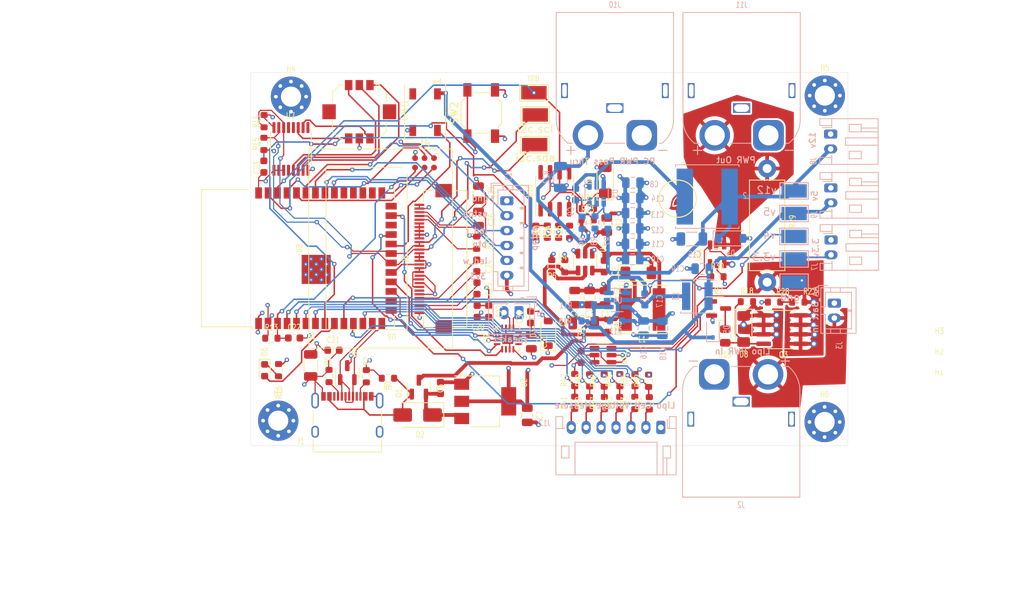
<source format=kicad_pcb>
(kicad_pcb (version 20221018) (generator pcbnew)
  (layers (0 "F.Cu" signal "Front") (1 "In1.Cu" power "Pwr") (2 "In2.Cu" power "Gnd") (31 "B.Cu" signal "Back") (34 "B.Paste" user) (35 "F.Paste" user) (36 "B.SilkS" user "B.Silkscreen") (37 "F.SilkS" user "F.Silkscreen") (38 "B.Mask" user) (39 "F.Mask" user) (44 "Edge.Cuts" user))
  (net 0 "")
  (net 1 "gnd")
  (net 2 "i2c_chain_0.scl")
  (net 3 "i2c_chain_0.sda")
  (net 4 "v3v3")
  (net 5 "dir.a")
  (net 6 "dir.center")
  (net 7 "dir.c")
  (net 8 "dir.b")
  (net 9 "dir.d")
  (net 10 "cbatt_sense.out")
  (net 11 "v12")
  (net 12 "cPc_sense.out")
  (net 13 "v5")
  (net 14 "mosfet.pull.b")
  (net 15 "mosfet.pre.drain")
  (net 16 "(adapter)vbatt_pin.pins.2.src")
  (net 17 "mosfet.output")
  (net 18 "(adapter)jst_out.pins.2.src")
  (net 19 "cbatt_sense.ic.vout")
  (net 20 "vPc_sense.output")
  (net 21 "(adapter)jst_estop.pins.2.src")
  (net 22 "vbatt_sense.output")
  (net 23 "reg_12v.fb.output")
  (net 24 "cPc_sense.amp.r2.b")
  (net 25 "cPc_sense.amp.r1.b")
  (net 26 "reg_12v.en_res.b")
  (net 27 "reg_5v.fb.output")
  (net 28 "reg_5v.en_res.b")
  (net 29 "(adapter)lipo_pins.pins.2.src")
  (net 30 "v_sense[0].output")
  (net 31 "v_sense[1].output")
  (net 32 "(adapter)lipo_pins.pins.3.src")
  (net 33 "(adapter)lipo_pins.pins.4.src")
  (net 34 "v_sense[2].output")
  (net 35 "(adapter)lipo_pins.pins.5.src")
  (net 36 "v_sense[3].output")
  (net 37 "(adapter)lipo_pins.pins.6.src")
  (net 38 "v_sense[4].output")
  (net 39 "oled.iref_res.a")
  (net 40 "oled.c2_cap.pos")
  (net 41 "oled.c2_cap.neg")
  (net 42 "oled.c1_cap.pos")
  (net 43 "oled.c1_cap.neg")
  (net 44 "oled.device.vcomh")
  (net 45 "oled.device.vcc")
  (net 46 "(adapter)lipo_pins.pins.7.src")
  (net 47 "v_sense[5].output")
  (net 48 "led.signal")
  (net 49 "usb_chain_0.d_N")
  (net 50 "usb_chain_0.d_P")
  (net 51 "oled.reset")
  (net 52 "led.res.a")
  (net 53 "switch.out")
  (net 54 "mosfet.control")
  (net 55 "spk_drv.i2s.sck")
  (net 56 "spk_drv.i2s.ws")
  (net 57 "spk_drv.i2s.sd")
  (net 58 "mcu.program_en_node")
  (net 59 "reg_12v.boot_cap.neg")
  (net 60 "reg_12v.boot_cap.pos")
  (net 61 "reg_5v.boot_cap.neg")
  (net 62 "npx.din")
  (net 63 "mcu.program_boot_node")
  (net 64 "mcu.program_uart_node.b_tx")
  (net 65 "mcu.program_uart_node.a_tx")
  (net 66 "reg_5v.boot_cap.pos")
  (net 67 "(adapter)jst_estop.pins.3.src")
  (net 68 "(adapter)jst_estop.pins.4.src")
  (net 69 "(adapter)jst_estop.pins.5.src")
  (net 70 "spk_drv.out.a")
  (net 71 "npx.dout")
  (net 72 "spk_drv.out.b")
  (net 73 "reg_4v.pwr_out")
  (net 74 "reg_4v.en_res.b")
  (net 75 "vusb")
  (net 76 "usb.conn.A5")
  (net 77 "usb.conn.B5")
  (net 78 "reg_4v.fb.output")
  (net 79 "reg_4v.boot_cap.pos")
  (net 80 "reg_4v.boot_cap.neg")
  (net 81 "pwr")
  (net 82 "(adapter)jst_aabatt.pins.1.src")
  (net 83 "vbatt")
  (footprint "Capacitor_SMD:C_0805_2012Metric" (layer "F.Cu") (at 117.36 153.59 -90)
    (fp_text reference "C31")
    (fp_text value "")
  )
  (footprint "Capacitor_SMD:C_1206_3216Metric" (layer "F.Cu") (at 124.382 151.0538 180)
    (fp_text reference "C5")
    (fp_text value "")
  )
  (footprint "Resistor_SMD:R_0603_1608Metric" (layer "F.Cu") (at 146.24 148.2344 180)
    (fp_text reference "R18")
    (fp_text value "")
  )
  (footprint "Diode_SMD:D_MiniMELF" (layer "F.Cu") (at 131.7016 144.3736)
    (fp_text reference "D1")
    (fp_text value "")
  )
  (footprint "Button_Switch_SMD:SW_SPST_SKQG_WithoutStem" (layer "F.Cu") (at 110.6424 122.936 90)
    (fp_text reference "SW2")
    (fp_text value "5.1mm switch")
  )
  (footprint "Capacitor_SMD:C_0603_1608Metric" (layer "F.Cu") (at 81.525 130.125 -90)
    (fp_text reference "C23")
    (fp_text value "")
  )
  (footprint "Resistor_SMD:R_0603_1608Metric" (layer "F.Cu") (at 127.1396 161.8348 90)
    (fp_text reference "R37")
    (fp_text value "")
  )
  (footprint "Resistor_SMD:R_0603_1608Metric" (layer "F.Cu") (at 131.2396 158.7598 90)
    (fp_text reference "R34")
    (fp_text value "")
  )
  (footprint "Resistor_SMD:R_0603_1608Metric" (layer "F.Cu") (at 127.5842 151.4216 -90)
    (fp_text reference "R3")
    (fp_text value "")
  )
  (footprint "Package_TO_SOT_SMD:SOT-23" (layer "F.Cu") (at 102.2858 159.6875 90)
    (fp_text reference "Q1")
    (fp_text value "30V 4A 44m?@10V,4.3A 1.4W 1.3V@250?A P Channel SOT-23-3L MOSFETs ROHS")
  )
  (footprint "RF_Module:ESP32-S3-WROOM-1" (layer "F.Cu") (at 86.075 142.4054 90)
    (fp_text reference "U5")
    (fp_text value "ESP32-S3-WROOM-1-N16R8")
  )
  (footprint "Resistor_SMD:R_0603_1608Metric" (layer "F.Cu") (at 120.0912 143.4846 -90)
    (fp_text reference "R5")
    (fp_text value "")
  )
  (footprint "Resistor_SMD:R_0603_1608Metric" (layer "F.Cu") (at 119.49 138.8466 90)
    (fp_text reference "R20")
    (fp_text value "")
  )
  (footprint "Resistor_SMD:R_0603_1608Metric" (layer "F.Cu") (at 125.1396 161.8348 90)
    (fp_text reference "R39")
    (fp_text value "")
  )
  (footprint "Resistor_SMD:R_0603_1608Metric" (layer "F.Cu") (at 123.1646 158.7498 90)
    (fp_text reference "R42")
    (fp_text value "")
  )
  (footprint "Capacitor_SMD:C_0603_1608Metric" (layer "F.Cu") (at 127.123 143.4834 90)
    (fp_text reference "C2")
    (fp_text value "")
  )
  (footprint "LED_SMD:LED_WS2812B_PLCC4_5.0x5.0mm_P3.2mm" (layer "F.Cu") (at 103.125 122.8228 -90)
    (fp_text reference "D7")
    (fp_text value "WS2812B")
  )
  (footprint "Capacitor_SMD:C_0805_2012Metric" (layer "F.Cu") (at 110.275 137.075 90)
    (fp_text reference "C26")
    (fp_text value "")
  )
  (footprint "Package_DFN_QFN:QFN-16-1EP_3x3mm_P0.5mm_EP1.45x1.45mm" (layer "F.Cu") (at 114.2 153.175 90)
    (fp_text reference "U9")
    (fp_text value "MAX98357AETE+T")
  )
  (footprint "Capacitor_SMD:C_0603_1608Metric" (layer "F.Cu") (at 117.25 150.3 90)
    (fp_text reference "C30")
    (fp_text value "")
  )
  (footprint "Resistor_SMD:R_0603_1608Metric" (layer "F.Cu") (at 129.1896 161.8348 90)
    (fp_text reference "R35")
    (fp_text value "")
  )
  (footprint "Diode_SMD:D_MiniMELF" (layer "F.Cu") (at 127.254 131.9504 90)
    (fp_text reference "D9")
    (fp_text value "")
  )
  (footprint "Resistor_SMD:R_0603_1608Metric" (layer "F.Cu") (at 110.025 140.325 90)
    (fp_text reference "R17")
    (fp_text value "")
  )
  (footprint "Capacitor_SMD:C_0603_1608Metric" (layer "F.Cu") (at 105.1814 159.8044 90)
    (fp_text reference "C6")
    (fp_text value "")
  )
  (footprint "Capacitor_SMD:C_0805_2012Metric" (layer "F.Cu") (at 116.8146 163.4592 -90)
    (fp_text reference "C7")
    (fp_text value "")
  )
  (footprint "Capacitor_SMD:C_0603_1608Metric" (layer "F.Cu") (at 110.1 149.525 90)
    (fp_text reference "C28")
    (fp_text value "")
  )
  (footprint "Resistor_SMD:R_0603_1608Metric" (layer "F.Cu") (at 142.2864 144.8901)
    (fp_text reference "R30")
    (fp_text value "")
  )
  (footprint "MountingHole:MountingHole_2.7mm_M2.5_Pad_Via" (layer "F.Cu") (at 85.156709 120.742109)
    (fp_text reference "H4")
    (fp_text value "M2.5")
  )
  (footprint "TestPoint:TestPoint_Keystone_5015_Micro-Minature" (layer "F.Cu") (at 117.8814 123.19 180)
    (fp_text reference "TP6")
    (fp_text value "i2c.scl")
  )
  (footprint "Package_TO_SOT_SMD:SOT-223-3_TabPin2" (layer "F.Cu") (at 111.1758 161.5948)
    (fp_text reference "U2")
    (fp_text value "LDL1117S33R")
  )
  (footprint "Capacitor_SMD:C_0805_2012Metric" (layer "F.Cu") (at 127.4572 137.9576 -90)
    (fp_text reference "C32")
    (fp_text value "")
  )
  (footprint "Resistor_SMD:R_0603_1608Metric" (layer "F.Cu") (at 82.525 153.125)
    (fp_text reference "R13")
    (fp_text value "")
  )
  (footprint "Resistor_SMD:R_0603_1608Metric" (layer "F.Cu") (at 133.1646 161.8598 90)
    (fp_text reference "R31")
    (fp_text value "")
  )
  (footprint "Connector_USB:USB_C_Receptacle_XKB_U262-16XN-4BVC11" (layer "F.Cu") (at 92.71 164.592)
    (fp_text reference "J1")
    (fp_text value "COM-15111")
  )
  (footprint "Resistor_THT:R_Axial_DIN0414_L11.9mm_D4.5mm_P15.24mm_Horizontal" (layer "F.Cu") (at 148.9456 145.6182 90)
    (fp_text reference "R29")
    (fp_text value "4.7m, 1%, 2.0 W")
  )
  (footprint "Connector:Tag-Connect_TC2030-IDC-NL_2x03_P1.27mm_Vertical" (layer "F.Cu") (at 103.0478 129.6162 180)
    (fp_text reference "J4")
    (fp_text value "")
  )
  (footprint "Resistor_SMD:R_0603_1608Metric" (layer "F.Cu") (at 122.48 138.8616 90)
    (fp_text reference "R26")
    (fp_text value "")
  )
  (footprint "Capacitor_SMD:C_0603_1608Metric" (layer "F.Cu") (at 90.85 154.75)
    (fp_text reference "C21")
    (fp_text value "")
  )
  (footprint "Resistor_SMD:R_0603_1608Metric" (layer "F.Cu") (at 133.0646 158.8348 90)
    (fp_text reference "R32")
    (fp_text value "")
  )
  (footprint "Resistor_SMD:R_0603_1608Metric" (layer "F.Cu") (at 117.955 138.8616 -90)
    (fp_text reference "R21")
    (fp_text value "")
  )
  (footprint "Resistor_SMD:R_0603_1608Metric" (layer "F.Cu") (at 129.2146 158.7598 90)
    (fp_text reference "R36")
    (fp_text value "")
  )
  (footprint "edg:JlcToolingHole_1.152mm" (layer "F.Cu") (at 172.0088 159.6712 180)
    (fp_text reference "H1")
    (fp_text value "")
  )
  (footprint "Package_TO_SOT_SMD:SOT-23-6" (layer "F.Cu") (at 126.9547 155.3972 180)
    (fp_text reference "U12")
    (fp_text value "TLV9061S")
  )
  (footprint "Package_TO_SOT_SMD:SOT-23" (layer "F.Cu") (at 142.4455 149.1488)
    (fp_text reference "Q2")
    (fp_text value "60V 115mA 200mW 7.5?@10V,500mA 2.5V@250?A N Channel SOT-23(SOT-23-3) MOSFETs ROHS")
  )
  (footprint "TestPoint:TestPoint_Keystone_5015_Micro-Minature" (layer "F.Cu") (at 117.7036 120.2182 180)
    (fp_text reference "TP8")
    (fp_text value "_cPc_sense_out_link")
  )
  (footprint "Package_SO:SOIC-8_3.9x4.9mm_P1.27mm" (layer "F.Cu") (at 120.505 133.3616 90)
    (fp_text reference "U10")
    (fp_text value "OPA197IDR")
  )
  (footprint "Resistor_SMD:R_0603_1608Metric" (layer "F.Cu") (at 95.25 158.225 -90)
    (fp_text reference "R2")
    (fp_text value "")
  )
  (footprint "Resistor_SMD:R_0603_1608Metric" (layer "F.Cu") (at 124.93 135.7366)
    (fp_text reference "R25")
    (fp_text value "")
  )
  (footprint "Package_TO_SOT_SMD:SOT-23" (layer "F.Cu") (at 92.7 157.75 90)
    (fp_text reference "U6")
    (fp_text value "PESD5V0X1BT")
  )
  (footprint "Resistor_SMD:R_0603_1608Metric" (layer "F.Cu") (at 121.8438 143.4834 90)
    (fp_text reference "R4")
    (fp_text value "")
  )
  (footprint "Resistor_SMD:R_0603_1608Metric" (layer "F.Cu") (at 90.25 158.2 -90)
    (fp_text reference "R1")
    (fp_text value "")
  )
  (footprint "Resistor_SMD:R_0603_1608Metric" (layer "F.Cu") (at 123.1646 161.7848 90)
    (fp_text reference "R41")
    (fp_text value "")
  )
  (footprint "Resistor_SMD:R_0603_1608Metric" (layer "F.Cu") (at 149.8732 148.2852 180)
    (fp_text reference "R28")
    (fp_text value "")
  )
  (footprint "Capacitor_SMD:C_0603_1608Metric" (layer "F.Cu") (at 85.575 153.1)
    (fp_text reference "C22")
    (fp_text value "")
  )
  (footprint "Connector_FFC-FPC:Hirose_FH12-30S-0.5SH_1x30-1MP_P0.50mm_Horizontal" (layer "F.Cu") (at 104.206 142.494 90)
    (fp_text reference "J5")
    (fp_text value "AFC01-S30FCA-00")
  )
  (footprint "Capacitor_SMD:C_0603_1608Metric" (layer "F.Cu") (at 124.0276 155.6236 -90)
    (fp_text reference "C33")
    (fp_text value "")
  )
  (footprint "Resistor_SMD:R_0603_1608Metric" (layer "F.Cu") (at 153.1244 148.2852 180)
    (fp_text reference "R27")
    (fp_text value "")
  )
  (footprint "Resistor_SMD:R_0603_1608Metric" (layer "F.Cu") (at 83.4898 157.416 90)
    (fp_text reference "R16")
    (fp_text value "")
  )
  (footprint "Diode_SMD:D_SOD-123" (layer "F.Cu") (at 119.625 152.475 90)
    (fp_text reference "D3")
    (fp_text value "5?A@1V 90? Single 3.6V~3.8V 350mW 3.4V SOD-123 Zener Diodes ROHS")
  )
  (footprint "Capacitor_SMD:C_0805_2012Metric" (layer "F.Cu") (at 123.1646 147.6858 -90)
    (fp_text reference "C4")
    (fp_text value "")
  )
  (footprint "Resistor_SMD:R_0603_1608Metric" (layer "F.Cu") (at 124.905 137.2616)
    (fp_text reference "R23")
    (fp_text value "")
  )
  (footprint "Capacitor_SMD:C_0603_1608Metric" (layer "F.Cu") (at 110.075 146.45 90)
    (fp_text reference "C25")
    (fp_text value "")
  )
  (footprint "Resistor_SMD:R_0603_1608Metric" (layer "F.Cu") (at 127.1146 158.8098 90)
    (fp_text reference "R38")
    (fp_text value "")
  )
  (footprint "Resistor_SMD:R_0603_1608Metric" (layer "F.Cu") (at 81.55 124.025 -90)
    (fp_text reference "R14")
    (fp_text value "")
  )
  (footprint "Inductor_SMD:L_Sunlord_SWPA6045S" (layer "F.Cu") (at 132.2176 149.2758 180)
    (fp_text reference "L1")
    (fp_text value "")
  )
  (footprint "Resistor_SMD:R_0603_1608Metric" (layer "F.Cu") (at 125.1646 158.7848 90)
    (fp_text reference "R40")
    (fp_text value "")
  )
  (footprint "edg:JlcToolingHole_1.152mm" (layer "F.Cu") (at 172.0088 156.9212 180)
    (fp_text reference "H2")
    (fp_text value "")
  )
  (footprint "MountingHole:MountingHole_2.7mm_M2.5_Pad_Via" (layer "F.Cu") (at 83.446 164.1856)
    (fp_text reference "H7")
    (fp_text value "M2.5")
  )
  (footprint "Capacitor_SMD:C_0805_2012Metric" (layer "F.Cu") (at 127.2326 147.7108 -90)
    (fp_text reference "C1")
    (fp_text value "")
  )
  (footprint "Resistor_SMD:R_0603_1608Metric" (layer "F.Cu") (at 98.1456 158.496 180)
    (fp_text reference "R6")
    (fp_text value "")
  )
  (footprint "Package_TO_SOT_SMD:SOT-23-6" (layer "F.Cu") (at 124.573 142.9209 -90)
    (fp_text reference "U1")
    (fp_text value "TPS54202H")
  )
  (footprint "Capacitor_SMD:C_0603_1608Metric" (layer "F.Cu") (at 111.65 149.525 90)
    (fp_text reference "C27")
    (fp_text value "")
  )
  (footprint "edg:JlcToolingHole_1.152mm" (layer "F.Cu") (at 172.0088 154.1712 180)
    (fp_text reference "H3")
    (fp_text value "")
  )
  (footprint "Capacitor_SMD:C_1206_3216Metric" (layer "F.Cu") (at 87.8 156.775 -90)
    (fp_text reference "C20")
    (fp_text value "")
  )
  (footprint "Resistor_SMD:R_0603_1608Metric" (layer "F.Cu") (at 81.525 127.075 90)
    (fp_text reference "R15")
    (fp_text value "")
  )
  (footprint "edg:DirectionSwitch_Alps_SKRH" (layer "F.Cu") (at 94.3102 122.7646 -90)
    (fp_text reference "SW1")
    (fp_text value "SKRHABE010")
  )
  (footprint "TestPoint:TestPoint_Keystone_5015_Micro-Minature" (layer "F.Cu") (at 117.8052 127.1778 180)
    (fp_text reference "TP7")
    (fp_text value "i2c.sda")
  )
  (footprint "Package_SO:SOIC-8_3.9x4.9mm_P1.27mm" (layer "F.Cu") (at 150.95 151.97)
    (fp_text reference "Q3")
    (fp_text value "30V 29A 7.8W 5m?@10V,15A 2.5V@250?A P Channel SOIC-8_150mil MOSFETs ROHS")
  )
  (footprint "Capacitor_SMD:C_0603_1608Metric" (layer "F.Cu") (at 110.05 143.4 90)
    (fp_text reference "C24")
    (fp_text value "")
  )
  (footprint "Package_SO:TSSOP-16_4.4x5mm_P0.65mm" (layer "F.Cu") (at 85.15 127.75 90)
    (fp_text reference "U7")
    (fp_text value "PCA9554APW,118")
  )
  (footprint "Capacitor_SMD:C_0805_2012Metric" (layer "F.Cu") (at 110.275 133.675 90)
    (fp_text reference "C29")
    (fp_text value "")
  )
  (footprint "Diode_SMD:D_MiniMELF" (layer "F.Cu") (at 145.796 151.8894 -90)
    (fp_text reference "D8")
    (fp_text value "2?A@5V 7? 7V~7.9V 500mW 7.5V LL-34 Zener Diodes ROHS")
  )
  (footprint "MountingHole:MountingHole_2.7mm_M2.5_Pad_Via" (layer "F.Cu") (at 156.6488 164.3634)
    (fp_text reference "H6")
    (fp_text value "M2.5")
  )
  (footprint "Diode_SMD:D_SMA" (layer "F.Cu") (at 102.1146 163.4236 180)
    (fp_text reference "D2")
    (fp_text value "100V 850mV@2A 2A SMA(DO-214AC) Schottky Barrier Diodes (SBD) ROHS")
  )
  (footprint "Resistor_SMD:R_0603_1608Metric" (layer "F.Cu") (at 131.2146 161.8098 90)
    (fp_text reference "R33")
    (fp_text value "")
  )
  (footprint "Resistor_SMD:R_0805_2012Metric" (layer "F.Cu") (at 143.3322 152.8299 90)
    (fp_text reference "R19")
    (fp_text value "")
  )
  (footprint "Resistor_SMD:R_0603_1608Metric" (layer "F.Cu") (at 121.005 138.8616 90)
    (fp_text reference "R24")
    (fp_text value "")
  )
  (footprint "edg:SOT95P280X145-5N" (layer "F.Cu") (at 142.24 141.8755 90)
    (fp_text reference "U11")
    (fp_text value "INA139NA/3K")
  )
  (footprint "MountingHole:MountingHole_2.7mm_M2.5_Pad_Via" (layer "F.Cu") (at 156.6742 120.5992)
    (fp_text reference "H5")
    (fp_text value "M2.5")
  )
  (footprint "edg:Symbol_DucklingSolid" (layer "F.Cu") (at 136.9568 134.4168)
    (fp_text reference "svg2mod" hide)
    (fp_text value "G***" hide)
  )
  (footprint "LED_SMD:LED_0603_1608Metric" (layer "F.Cu") (at 81.6309 157.4283 -90)
    (fp_text reference "D6")
    (fp_text value "Red 615~630nm 1.9~2.2V 0603 Light Emitting Diodes (LED) RoHS")
  )
  (footprint "edg:Lcd_Er_Oled0.96_1.1_Outline" (layer "F.Cu") (at 95.2828 141.097 90)
    (fp_text reference "U8")
    (fp_text value "ER-OLED-0.96-1.1")
  )
  (footprint "Capacitor_SMD:C_0805_2012Metric" (layer "F.Cu") (at 125.1576 147.6858 -90)
    (fp_text reference "C3")
    (fp_text value "")
  )
  (footprint "TestPoint:TestPoint_Keystone_5015_Micro-Minature" (layer "B.Cu") (at 152.5588 142.4988 180)
    (fp_text reference "TP3" hide)
    (fp_text value "v3v3")
  )
  (footprint "Capacitor_SMD:C_0805_2012Metric" (layer "B.Cu") (at 140.2486 143.8148 180)
    (fp_text reference "C19")
    (fp_text value "")
  )
  (footprint "Capacitor_SMD:C_0805_2012Metric" (layer "B.Cu") (at 130.9624 132.2832)
    (fp_text reference "C8")
    (fp_text value "")
  )
  (footprint "Capacitor_SMD:C_0805_2012Metric" (layer "B.Cu") (at 134.8994 151.8056 -90)
    (fp_text reference "C18")
    (fp_text value "")
  )
  (footprint "Connector_JST:JST_PH_S2B-PH-K_1x02_P2.00mm_Horizontal" (layer "B.Cu") (at 157.4546 125.7554 -90)
    (fp_text reference "J8")
    (fp_text value "S2B-PH-K")
  )
  (footprint "Capacitor_SMD:C_0805_2012Metric" (layer "B.Cu") (at 132.3848 151.765 -90)
    (fp_text reference "C16")
    (fp_text value "")
  )
  (footprint "Capacitor_SMD:C_0805_2012Metric" (layer "B.Cu") (at 130.937 138.4046)
    (fp_text reference "C12")
    (fp_text value "")
  )
  (footprint "TestPoint:TestPoint_Keystone_5015_Micro-Minature" (layer "B.Cu") (at 152.5334 139.4762 180)
    (fp_text reference "TP2" hide)
    (fp_text value "_reg_4v_pwr_out_link")
  )
  (footprint "Capacitor_SMD:C_0805_2012Metric" (layer "B.Cu") (at 130.9268 140.4892)
    (fp_text reference "C11")
    (fp_text value "")
  )
  (footprint "Resistor_SMD:R_0603_1608Metric" (layer "B.Cu") (at 124.9046 150.8192)
    (fp_text reference "R10")
    (fp_text value "")
  )
  (footprint "Connector_JST:JST_PH_B2B-PH-K_1x02_P2.00mm_Vertical" (layer "B.Cu") (at 157.95 148.425 -90)
    (fp_text reference "J3")
    (fp_text value "B2B-PH-K")
  )
  (footprint "TestPoint:TestPoint_Keystone_5015_Micro-Minature" (layer "B.Cu") (at 152.5524 145.6182 180)
    (fp_text reference "TP1" hide)
    (fp_text value "gnd")
  )
  (footprint "Inductor_SMD:L_Sunlord_SWPA4030S" (layer "B.Cu") (at 139.597 147.4978)
    (fp_text reference "L3")
    (fp_text value "")
  )
  (footprint "Resistor_SMD:R_0603_1608Metric" (layer "B.Cu") (at 124.1552 137.6548 90)
    (fp_text reference "R9")
    (fp_text value "")
  )
  (footprint "Connector_JST:JST_PH_S2B-PH-K_1x02_P2.00mm_Horizontal" (layer "B.Cu") (at 157.5054 139.954 -90)
    (fp_text reference "J7")
    (fp_text value "S2B-PH-K")
  )
  (footprint "Resistor_SMD:R_0603_1608Metric" (layer "B.Cu") (at 124.9304 148.6408 180)
    (fp_text reference "R11")
    (fp_text value "")
  )
  (footprint "Capacitor_SMD:C_0805_2012Metric" (layer "B.Cu") (at 130.9374 134.3152)
    (fp_text reference "C14")
    (fp_text value "")
  )
  (footprint "Resistor_SMD:R_0603_1608Metric" (layer "B.Cu") (at 128.715 150.7998 180)
    (fp_text reference "R12")
    (fp_text value "")
  )
  (footprint "Connector_JST:JST_PH_S7B-PH-K_1x07_P2.00mm_Horizontal" (layer "B.Cu") (at 134.7018 165.0884 180)
    (fp_text reference "J12")
    (fp_text value "S7B-PH-K")
  )
  (footprint "Connector_JST:JST_PH_S2B-PH-K_1x02_P2.00mm_Horizontal" (layer "B.Cu") (at 157.48 132.9756 -90)
    (fp_text reference "J9")
    (fp_text value "S2B-PH-K")
  )
  (footprint "Diode_SMD:D_SOD-123" (layer "B.Cu") (at 144.0678 139.7508)
    (fp_text reference "D4")
    (fp_text value "100nA@8V 30? Single 12.74V~13.26V 500mW 13V SOD-123 Zener Diodes ROHS")
  )
  (footprint "Capacitor_SMD:C_0805_2012Metric" (layer "B.Cu") (at 130.937 136.3472)
    (fp_text reference "C13")
    (fp_text value "")
  )
  (footprint "Resistor_SMD:R_1206_3216Metric" (layer "B.Cu") (at 121.2596 131.5105 90)
    (fp_text reference "R22")
    (fp_text value "")
  )
  (footprint "Capacitor_SMD:C_1206_3216Metric" (layer "B.Cu") (at 138.8636 139.827 180)
    (fp_text reference "C15")
    (fp_text value "")
  )
  (footprint "TestPoint:TestPoint_Keystone_5015_Micro-Minature" (layer "B.Cu") (at 152.5588 136.4028 180)
    (fp_text reference "TP5" hide)
    (fp_text value "v5")
  )
  (footprint "Package_TO_SOT_SMD:SOT-23-6" (layer "B.Cu") (at 126.1014 133.6995 -90)
    (fp_text reference "U3")
    (fp_text value "TPS54202H")
  )
  (footprint "Connector_AMASS:AMASS_XT60IPW-M_1x03_P7.20mm_Horizontal" (layer "B.Cu") (at 132.15 125.925 180)
    (fp_text reference "J10")
    (fp_text value "S2B-PH-K")
  )
  (footprint "Connector_AMASS:AMASS_XT60IPW-M_1x03_P7.20mm_Horizontal" (layer "B.Cu") (at 141.8658 157.9754)
    (fp_text reference "J2")
    (fp_text value "B2B-PH-K")
  )
  (footprint "Capacitor_SMD:C_0603_1608Metric" (layer "B.Cu") (at 132.5626 147.9172 -90)
    (fp_text reference "C17")
    (fp_text value "")
  )
  (footprint "Resistor_SMD:R_0603_1608Metric" (layer "B.Cu") (at 125.8802 137.6048 -90)
    (fp_text reference "R8")
    (fp_text value "")
  )
  (footprint "Resistor_SMD:R_0603_1608Metric" (layer "B.Cu") (at 127.6072 137.617 90)
    (fp_text reference "R7")
    (fp_text value "")
  )
  (footprint "Capacitor_SMD:C_0603_1608Metric" (layer "B.Cu") (at 123.2916 133.845 90)
    (fp_text reference "C9")
    (fp_text value "")
  )
  (footprint "Connector_JST:JST_PH_B6B-PH-K_1x06_P2.00mm_Vertical" (layer "B.Cu") (at 114.075 134.7 -90)
    (fp_text reference "J13")
    (fp_text value "B6B-PH-K")
  )
  (footprint "Package_TO_SOT_SMD:SOT-23-6" (layer "B.Cu") (at 128.8597 148.0058 180)
    (fp_text reference "U4")
    (fp_text value "TPS54202H")
  )
  (footprint "Capacitor_SMD:C_0805_2012Metric" (layer "B.Cu") (at 130.9268 142.5448)
    (fp_text reference "C10")
    (fp_text value "")
  )
  (footprint "Diode_SMD:D_SOD-323" (layer "B.Cu") (at 141.6812 151.9768 90)
    (fp_text reference "D5")
    (fp_text value "1?A@2V 40? Single 5.6V~5.71V 200mW 5.6V SOD-323 Zener Diodes ROHS")
  )
  (footprint "TestPoint:TestPoint_Keystone_5015_Micro-Minature" (layer "B.Cu") (at 152.5588 133.3802 180)
    (fp_text reference "TP4" hide)
    (fp_text value "v12")
  )
  (footprint "Connector_AMASS:AMASS_XT60IPW-M_1x03_P7.20mm_Horizontal" (layer "B.Cu") (at 149.125 125.925 180)
    (fp_text reference "J11")
    (fp_text value "S2B-PH-K")
  )
  (footprint "Connector_JST:JST_PH_B2B-PH-K_1x02_P2.00mm_Vertical" (layer "B.Cu") (at 115.7 149.7 180)
    (fp_text reference "J6")
    (fp_text value "B2B-PH-K")
  )
  (footprint "Inductor_SMD:L_Sunlord_SWPA8040S" (layer "B.Cu") (at 140.922 134.1374)
    (fp_text reference "L2")
    (fp_text value "")
  )
  (gr_rect (start 79.766 117.5384) (end 159.766 167.5384) (stroke (width 0.0381)) (fill none) (layer "Edge.Cuts"))
  (gr_text "btn" (at 111.506 140.9954) (layer "B.SilkS") (effects (font (size 0.8128 0.8128) (thickness 0.1524) bold) (justify left bottom mirror)))
  (gr_text "estop" (at 118.237 137.9982 90) (layer "B.SilkS") (effects (font (size 0.8128 0.8128) (thickness 0.1524) bold) (justify left bottom mirror)))
  (gr_text "v4" (at 150.1902 139.8778) (layer "B.SilkS") (effects (font (size 1 1)) (justify left bottom mirror)))
  (gr_text "3.3v" (at 155.9306 139.6492 90) (layer "B.SilkS") (effects (font (size 0.8128 0.8128) (thickness 0.1524) bold) (justify left bottom mirror)))
  (gr_text "led_w" (at 111.6076 143.256) (layer "B.SilkS") (effects (font (size 0.8128 0.8128) (thickness 0.1524) bold) (justify left bottom mirror)))
  (gr_text "speaker" (at 117.0432 153.7208) (layer "B.SilkS") (effects (font (size 0.8128 0.8128) (thickness 0.1524) bold) (justify left bottom mirror)))
  (gr_text "PWR Out" (at 147.4978 129.7178) (layer "B.SilkS") (effects (font (size 0.8128 0.8128) (thickness 0.1524) bold) (justify left bottom mirror)))
  (gr_text "12v" (at 155.4988 125.3998 90) (layer "B.SilkS") (effects (font (size 0.8128 0.8128) (thickness 0.1524) bold) (justify left bottom mirror)))
  (gr_text "v5" (at 150.2156 136.779) (layer "B.SilkS") (effects (font (size 1 1)) (justify left bottom mirror)))
  (gr_text "Lipo Cell Voltage Measure" (at 136.7282 162.6108) (layer "B.SilkS") (effects (font (size 0.8128 0.8128) (thickness 0.1524) bold) (justify left bottom mirror)))
  (gr_text "AA Batt In" (at 155.84 146.065 90) (layer "B.SilkS") (effects (font (size 0.8128 0.8128) (thickness 0.1524) bold) (justify left bottom mirror)))
  (gr_text "gnd" (at 153.4668 148.209) (layer "B.SilkS") (effects (font (size 1 1)) (justify left bottom mirror)))
  (gr_text "PC PWR Pass Thru" (at 134.0612 129.8956) (layer "B.SilkS") (effects (font (size 0.8128 0.8128) (thickness 0.1524) bold) (justify left bottom mirror)))
  (gr_text "3v3" (at 111.4044 145.3134) (layer "B.SilkS") (effects (font (size 0.8128 0.8128) (thickness 0.1524) bold) (justify left bottom mirror)))
  (gr_text "v12" (at 150.3172 133.858) (layer "B.SilkS") (effects (font (size 1 1)) (justify left bottom mirror)))
  (gr_text "led_r" (at 111.6076 139.1666) (layer "B.SilkS") (effects (font (size 0.8128 0.8128) (thickness 0.1524) bold) (justify left bottom mirror)))
  (gr_text "5v" (at 155.7782 133.2484 90) (layer "B.SilkS") (effects (font (size 0.8128 0.8128) (thickness 0.1524) bold) (justify left bottom mirror)))
  (gr_text "Lipo PWR In" (at 149.479 155.3464) (layer "B.SilkS") (effects (font (size 0.8128 0.8128) (thickness 0.1524) bold) (justify left bottom mirror)))
  (gr_text "gnd" (at 111.6838 134.8232) (layer "B.SilkS") (effects (font (size 0.8128 0.8128) (thickness 0.1524) bold) (justify left bottom mirror)))
  (gr_text "v3.3" (at 150.1902 142.8242) (layer "B.SilkS") (effects (font (size 1 1)) (justify left bottom mirror)))
  (gr_text "estop" (at 111.5822 136.906) (layer "B.SilkS") (effects (font (size 0.8128 0.8128) (thickness 0.1524) bold) (justify left bottom mirror)))
  (segment (start 122.41 134.4496) (end 122.2756 134.3152) (width 0.2) (layer "F.Cu") (net 1))
  (segment (start 87.275 153.1) (end 87.6 152.775) (width 0.15) (layer "F.Cu") (net 1))
  (segment (start 90.2 156.175) (end 90.2 157.325) (width 0.15) (layer "F.Cu") (net 1))
  (segment (start 101.475 125.2728) (end 100.7872 125.2728) (width 0.2) (layer "F.Cu") (net 1))
  (segment (start 80.815 133.6554) (end 80.815 132) (width 0.15) (layer "F.Cu") (net 1))
  (segment (start 114.45 153.425) (end 114.2 153.175) (width 0.15) (layer "F.Cu") (net 1))
  (segment (start 119.625 150.825) (end 119.625 150.8) (width 0.15) (layer "F.Cu") (net 1))
  (segment (start 102.356 142.244) (end 102.356 142.744) (width 0.15) (layer "F.Cu") (net 1))
  (segment (start 110.025 139.5) (end 110.5 139.5) (width 0.15) (layer "F.Cu") (net 1))
  (segment (start 122.4498 150.4152) (end 122.301 150.2664) (width 0.5) (layer "F.Cu") (net 1))
  (segment (start 101.556 145.244) (end 102.356 145.244) (width 0.15) (layer "F.Cu") (net 1))
  (segment (start 94.3102 126.3396) (end 94.3102 127.6096) (width 0.2) (layer "F.Cu") (net 1))
  (segment (start 121.8438 142.6584) (end 121.8438 141.8844) (width 0.5) (layer "F.Cu") (net 1))
  (segment (start 127.2326 148.6608) (end 125.1826 148.6608) (width 0.5) (layer "F.Cu") (net 1))
  (segment (start 111.225 133.675) (end 111.225 135.175) (width 0.15) (layer "F.Cu") (net 1))
  (segment (start 119.625 150.8) (end 118.825 150) (width 0.15) (layer "F.Cu") (net 1))
  (segment (start 125.1646 157.9598) (end 125.1646 158.2486) (width 0.2) (layer "F.Cu") (net 1))
  (segment (start 102.356 135.744) (end 103.456 135.744) (width 0.15) (layer "F.Cu") (net 1))
  (segment (start 102.356 139.244) (end 102.356 138.744) (width 0.15) (layer "F.Cu") (net 1))
  (segment (start 102.356 149.744) (end 102.356 150.331) (width 0.15) (layer "F.Cu") (net 1))
  (segment (start 125.1826 148.6608) (end 125.1576 148.6358) (width 0.5) (layer "F.Cu") (net 1))
  (segment (start 102.356 142.744) (end 103.156 142.744) (width 0.15) (layer "F.Cu") (net 1))
  (segment (start 84.0486 156.591) (end 84.6074 156.0322) (width 0.2) (layer "F.Cu") (net 1))
  (segment (start 113.734 119.836) (end 112.4924 119.836) (width 0.2) (layer "F.Cu") (net 1))
  (segment (start 142.24 144.0187) (end 143.1114 144.8901) (width 0.15) (layer "F.Cu") (net 1))
  (segment (start 117.25 149.525) (end 118.35 149.525) (width 0.15) (layer "F.Cu") (net 1))
  (segment (start 123.1646 157.9248) (end 123.1646 156.8958) (width 0.2) (layer "F.Cu") (net 1))
  (segment (start 113.734 126.036) (end 112.4924 126.036) (width 0.2) (layer "F.Cu") (net 1))
  (segment (start 80.815 151.1554) (end 80.815 150.2234) (width 0.2) (layer "F.Cu") (net 1))
  (segment (start 133.0924 158.0098) (end 133.1214 158.0388) (width 0.2) (layer "F.Cu") (net 1))
  (segment (start 110.275 132.075) (end 109.975 131.775) (width 0.15) (layer "F.Cu") (net 1))
  (segment (start 101.7778 128.2446) (end 101.8286 128.1938) (width 0.2) (layer "F.Cu") (net 1))
  (segment (start 80.815 151.1554) (end 80.815 152.23) (width 0.2) (layer "F.Cu") (net 1))
  (segment (start 88.0618 130.429) (end 87.8783 130.6125) (width 0.15) (layer "F.Cu") (net 1))
  (segment (start 96.06 160.922) (end 96.465 160.922) (width 0.15) (layer "F.Cu") (net 1))
  (segment (start 101.7778 128.9812) (end 101.7778 128.2446) (width 0.2) (layer "F.Cu") (net 1))
  (segment (start 80.815 152.23) (end 80.7212 152.3238) (width 0.2) (layer "F.Cu") (net 1))
  (segment (start 117.36 154.54) (end 117.36 155.335) (width 0.15) (layer "F.Cu") (net 1))
  (segment (start 87.8 158.4784) (end 86.9442 159.3342) (width 0.15) (layer "F.Cu") (net 1))
  (segment (start 80.815 150.2234) (end 81.3054 149.733) (width 0.2) (layer "F.Cu") (net 1))
  (segment (start 102.356 139.744) (end 102.356 139.244) (width 0.15) (layer "F.Cu") (net 1))
  (segment (start 101.481 146.169) (end 101.481 145.319) (width 0.15) (layer "F.Cu") (net 1))
  (segment (start 126.1531 130.2004) (end 126.13205 130.22145) (width 0.2) (layer "F.Cu") (net 1))
  (segment (start 113.95 152.925) (end 114.2 153.175) (width 0.15) (layer "F.Cu") (net 1))
  (segment (start 108.0258 159.2948) (end 108.0656 159.2948) (width 0.5) (layer "F.Cu") (net 1))
  (segment (start 94.3102 127.6096) (end 94.3356 127.635) (width 0.2) (layer "F.Cu") (net 1))
  (segment (start 112.7625 153.425) (end 113.95 153.425) (width 0.15) (layer "F.Cu") (net 1))
  (segment (start 131.2396 157.914) (end 131.8514 157.3022) (width 0.2) (layer "F.Cu") (net 1))
  (segment (start 91.625 154.75) (end 90.2 156.175) (width 0.15) (layer "F.Cu") (net 1))
  (segment (start 131.2396 157.9348) (end 131.2396 157.914) (width 0.2) (layer "F.Cu") (net 1))
  (segment (start 113.8428 120.6246) (end 113.8428 119.9448) (width 0.2) (layer "F.Cu") (net 1))
  (segment (start 108.0656 159.2948) (end 109.440691 157.919709) (width 0.5) (layer "F.Cu") (net 1))
  (segment (start 80.815 131.61) (end 81.525 130.9) (width 0.15) (layer "F.Cu") (net 1))
  (segment (start 143.1114 144.8901) (end 143.1114 145.6768) (width 0.15) (layer "F.Cu") (net 1))
  (segment (start 90.2 157.325) (end 90.25 157.375) (width 0.15) (layer "F.Cu") (net 1))
  (segment (start 111.6076 153.425) (end 112.7625 153.425) (width 0.2) (layer "F.Cu") (net 1))
  (segment (start 93.215241 156.297259) (end 92.7 156.8125) (width 0.15) (layer "F.Cu") (net 1))
  (segment (start 103.575 143.15) (end 103.65 143.225) (width 0.15) (layer "F.Cu") (net 1))
  (segment (start 111.225 137.075) (end 110.275 136.125) (width 0.15) (layer "F.Cu") (net 1))
  (segment (start 121.8438 141.8844) (end 121.8184 141.859) (width 0.5) (layer "F.Cu") (net 1))
  (segment (start 103.156 143.744) (end 102.356 143.744) (width 0.15) (layer "F.Cu") (net 1))
  (segment (start 125.523 141.558) (end 125.7808 141.3002) (width 0.5) (layer "F.Cu") (net 1))
  (segment (start 102.356 138.244) (end 102.356 138.744) (width 0.15) (layer "F.Cu") (net 1))
  (segment (start 133.0646 158.0098) (end 133.0924 158.0098) (width 0.2) (layer "F.Cu") (net 1))
  (segment (start 117.36 155.335) (end 117.725 155.7) (width 0.15) (layer "F.Cu") (net 1))
  (segment (start 141.508 150.6012) (end 141.508 150.0988) (width 0.2) (layer "F.Cu") (net 1))
  (segment (start 102.356 144.244) (end 101.556 144.244) (width 0.15) (layer "F.Cu") (net 1))
  (segment (start 129.2146 157.9348) (end 129.2122 157.9348) (width 0.2) (layer "F.Cu") (net 1))
  (segment (start 102.356 146.244) (end 101.556 146.244) (width 0.15) (layer "F.Cu") (net 1))
  (segment (start 101.556 146.244) (end 101.481 146.169) (width 0.15) (layer "F.Cu") (net 1))
  (segment (start 96.2246 157.4) (end 97.3206 158.496) (width 0.15) (layer "F.Cu") (net 1))
  (segment (start 101.481 145.319) (end 101.556 145.244) (width 0.15) (layer "F.Cu") (net 1))
  (segment (start 125.1576 148.6358) (end 123.1646 148.6358) (width 0.5) (layer "F.Cu") (net 1))
  (segment (start 133.4516 144.3736) (end 133.4516 142.9512) (width 0.5) (layer "F.Cu") (net 1))
  (segment (start 89.375 158.25) (end 90.25 157.375) (width 0.15) (layer "F.Cu") (net 1))
  (segment (start 95.25 157.4) (end 95.25 156.55) (width 0.15) (layer "F.Cu") (net 1))
  (segment (start 111.3536 146.3548) (end 111.65 146.6512) (width 0.2) (layer "F.Cu") (net 1))
  (segment (start 87.8 158.25) (end 87.8 158.4784) (width 0.15) (layer "F.Cu") (net 1))
  (segment (start 101.481 145.169) (end 101.556 145.244) (width 0.15) (layer "F.Cu") (net 1))
  (segment (start 89.36 159.81) (end 89.36 160.922) (width 0.15) (layer "F.Cu") (net 1))
  (segment (start 149.0482 148.2852) (end 148.2344 148.2852) (width 0.2) (layer "F.Cu") (net 1))
  (segment (start 102.356 143.744) (end 102.356 144.244) (width 0.15) (layer "F.Cu") (net 1))
  (segment (start 133.4516 142.9512) (end 133.0198 142.5194) (width 0.5) (layer "F.Cu") (net 1))
  (segment (start 143.1114 145.6768) (end 143.2814 145.8468) (width 0.15) (layer "F.Cu") (net 1))
  (segment (start 102.356 137.744) (end 102.356 138.244) (width 0.15) (layer "F.Cu") (net 1))
  (segment (start 110.275 132.725) (end 111.225 133.675) (width 0.15) (layer "F.Cu") (net 1))
  (segment (start 103.231 143.669) (end 103.156 143.744) (width 0.15) (layer "F.Cu") (net 1))
  (segment (start 83.525 130.6125) (end 82.875 130.6125) (width 0.15) (layer "F.Cu") (net 1))
  (segment (start 103.231 143.15) (end 103.231 143.669) (width 0.15) (layer "F.Cu") (net 1))
  (segment (start 81.7 132) (end 81.775 132.075) (width 0.15) (layer "F.Cu") (net 1))
  (segment (start 84.175 130.6125) (end 83.525 130.6125) (width 0.15) (layer "F.Cu") (net 1))
  (segment (start 122.4498 151.0248) (end 122.7328 151.3078) (width 0.5) (layer "F.Cu") (net 1))
  (segment (start 141.6304 150.7236) (end 141.508 150.6012) (width 0.2) (layer "F.Cu") (net 1))
  (segment (start 122.4498 150.7744) (end 122.4498 151.0248) (width 0.5) (layer "F.Cu") (net 1))
  (segment (start 95.25 156.55) (end 95.7 156.1) (width 0.15) (layer "F.Cu") (net 1))
  (segment (start 97.192 161.325) (end 97.03 161.487) (width 0.15) (layer "F.Cu") (net 1))
  (segment (start 111.225 138.775) (end 111.225 137.075) (width 0.15) (layer "F.Cu") (net 1))
  (segment (start 129.2122 157.9348) (end 129.159 157.988) (width 0.2) (layer "F.Cu") (net 1))
  (segment (start 87.8 158.25) (end 88.39 158.84) (width 0.15) (layer "F.Cu") (net 1))
  (segment (start 118.35 149.525) (end 118.825 150) (width 0.15) (layer "F.Cu") (net 1))
  (segment (start 87.8783 130.6125) (end 87.425 130.6125) (width 0.15) (layer "F.Cu") (net 1))
  (segment (start 125.523 141.7834) (end 125.523 141.558) (width 0.5) (layer "F.Cu") (net 1))
  (segment (start 114.45 154.6125) (end 114.45 153.425) (width 0.15) (layer "F.Cu") (net 1))
  (segment (start 86.35 153.1) (end 87.275 153.1) (width 0.15) (layer "F.Cu") (net 1))
  (segment (start 142.24 143.1305) (end 142.24 144.0187) (width 0.15) (layer "F.Cu") (net 1))
  (segment (start 116.8146 164.4092) (end 117.978 164.4092) (width 0.5) (layer "F.Cu") (net 1))
  (segment (start 113.8852 126.1872) (end 113.734 126.036) (width 0.2) (layer "F.Cu") (net 1))
  (segment (start 93.215241 155.470641) (end 93.215241 156.297259) (width 0.15) (layer "F.Cu") (net 1))
  (segment (start 103.156 142.744) (end 103.231 142.819) (width 0.15) (layer "F.Cu") (net 1))
  (segment (start 102.356 141.744) (end 102.356 142.244) (width 0.15) (layer "F.Cu") (net 1))
  (segment (start 127.1146 158.0766) (end 127.1016 158.0896) (width 0.2) (layer "F.Cu") (net 1))
  (segment (start 102.356 150.331) (end 102.4 150.375) (width 0.15) (layer "F.Cu") (net 1))
  (segment (start 113.95 151.7375) (end 113.95 152.925) (width 0.15) (layer "F.Cu") (net 1))
  (segment (start 109.1978 139.5) (end 110.025 139.5) (width 0.15) (layer "F.Cu") (net 1))
  (segment (start 111.225 135.175) (end 110.275 136.125) (width 0.15) (layer "F.Cu") (net 1))
  (segment (start 125.1646 158.2486) (end 125.1204 158.2928) (width 0.2) (layer "F.Cu") (net 1))
  (segment (start 88.257 165.8) (end 88.39 165.667) (width 0.15) (layer "F.Cu") (net 1))
  (segment (start 123.1646 156.8958) (end 123.0376 156.7688) (width 0.2) (layer "F.Cu") (net 1))
  (segment (start 113.8852 126.348) (end 113.8852 126.1872) (width 0.2) (layer "F.Cu") (net 1))
  (segment (start 128.0922 155.3972) (end 129.5908 155.3972) (width 0.15) (layer "F.Cu") (net 1))
  (segment (start 109.0676 139.3698) (end 109.1978 139.5) (width 0.15) (layer "F.Cu") (net 1))
  (segment (start 113.95 153.425) (end 114.2 153.175) (width 0.15) (layer "F.Cu") (net 1))
  (segment (start 95.25 157.4) (end 96.2246 157.4) (width 0.15) (layer "F.Cu") (net 1))
  (segment (start 101.556 144.244) (end 101.481 144.319) (width 0.15) (layer "F.Cu") (net 1))
  (segment (start 113.8428 119.9448) (end 113.734 119.836) (width 0.2) (layer "F.Cu") (net 1))
  (segment (start 124.0276 156.3986) (end 123.4078 156.3986) (width 0.2) (layer "F.Cu") (net 1))
  (segment (start 101.481 144.319) (end 101.481 145.169) (width 0.15) (layer "F.Cu") (net 1))
  (segment (start 110.275 132.725) (end 110.275 132.075) (width 0.15) (layer "F.Cu") (net 1))
  (segment (start 103.456 135.744) (end 103.625 135.575) (width 0.15) (layer "F.Cu") (net 1))
  (segment (start 96.465 160.922) (end 97.03 161.487) (width 0.15) (layer "F.Cu") (net 1))
  (segment (start 87.8 158.25) (end 89.375 158.25) (width 0.15) (layer "F.Cu") (net 1))
  (segment (start 122.41 135.8366) (end 122.41 134.4496) (width 0.2) (layer "F.Cu") (net 1))
  (segment (start 111.65 148.75) (end 110.1 148.75) (width 0.2) (layer "F.Cu") (net 1))
  (segment (start 103.231 142.819) (end 103.231 143.15) (width 0.15) (layer "F.Cu") (net 1))
  (segment (start 102.356 135.744) (end 102.356 135.244) (width 0.15) (layer "F.Cu") (net 1))
  (segment (start 103.231 143.15) (end 103.575 143.15) (width 0.15) (layer "F.Cu") (net 1))
  (segment (start 127.254 130.2004) (end 126.1531 130.2004) (width 0.2) (layer "F.Cu") (net 1))
  (segment (start 103.369 139.244) (end 103.375 139.25) (width 0.15) (layer "F.Cu") (net 1))
  (segment (start 102.356 139.244) (end 103.369 139.244) (width 0.15) (layer "F.Cu") (net 1))
  (segment (start 100.7872 125.2728) (end 100.7618 125.2474) (width 0.2) (layer "F.Cu") (net 1))
  (segment (start 110.5 139.5) (end 111.225 138.775) (width 0.15) (layer "F.Cu") (net 1))
  (segment (start 127.1146 157.9848) (end 127.1146 158.0766) (width 0.2) (layer "F.Cu") (net 1))
  (segment (start 83.4898 156.591) (end 84.0486 156.591) (width 0.2) (layer "F.Cu") (net 1))
  (segment (start 105.1814 159.0294) (end 107.7604 159.0294) (width 0.5) (layer "F.Cu") (net 1))
  (segment (start 111.65 146.6512) (end 111.65 148.75) (width 0.2) (layer "F.Cu") (net 1))
  (segment (start 82.875 130.6125) (end 81.775 131.7125) (width 0.15) (layer "F.Cu") (net 1))
  (segment (start 87.8 158.25) (end 89.36 159.81) (width 0.15) (layer "F.Cu") (net 1))
  (segment (start 107.7604 159.0294) (end 108.0258 159.2948) (width 0.5) (layer "F.Cu") (net 1))
  (segment (start 117.955 139.926) (end 118.1608 140.1318) (width 0.2) (layer "F.Cu") (net 1))
  (segment (start 88.39 158.84) (end 88.39 161.487) (width 0.15) (layer "F.Cu") (net 1))
  (segment (start 113.8174 126.4158) (end 113.8852 126.348) (width 0.2) (layer "F.Cu") (net 1))
  (segment (start 148.2344 148.2852) (end 148.209 148.3106) (width 0.2) (layer "F.Cu") (net 1))
  (segment (start 122.48 139.6866) (end 122.48 139.9782) (width 0.2) (layer "F.Cu") (net 1))
  (segment (start 127.4572 138.9076) (end 126.3954 138.9076) (width 0.5) (layer "F.Cu") (net 1))
  (segment (start 122.4498 150.7744) (end 122.4498 150.4152) (width 0.5) (layer "F.Cu") (net 1))
  (segment (start 122.48 139.9782) (end 122.4788 139.9794) (width 0.2) (layer "F.Cu") (net 1))
  (segment (start 80.815 132) (end 80.815 131.61) (width 0.15) (layer "F.Cu") (net 1))
  (segment (start 80.815 132) (end 81.7 132) (width 0.15) (layer "F.Cu") (net 1))
  (segment (start 81.775 131.7125) (end 81.775 132.075) (width 0.15) (layer "F.Cu") (net 1))
  (segment (start 117.955 139.6866) (end 117.955 139.926) (width 0.2) (layer "F.Cu") (net 1))
  (segment (start 123.4078 156.3986) (end 123.0376 156.7688) (width 0.2) (layer "F.Cu") (net 1))
  (segment (start 117.978 164.4092) (end 118.3132 164.7444) (width 0.5) (layer "F.Cu") (net 1))
  (segment (start 126.3954 138.9076) (end 125.9586 139.3444) (width 0.5) (layer "F.Cu") (net 1))
  (via (at 125.7808 141.3002) (size 0.6) (drill 0.3) (layers "F.Cu" "B.Cu") (net 1))
  (via (at 109.975 131.775) (size 0.6) (drill 0.3) (layers "F.Cu" "B.Cu") (net 1))
  (via (at 127.1016 158.0896) (size 0.6) (drill 0.3) (layers "F.Cu" "B.Cu") (net 1))
  (via (at 133.0198 142.5194) (size 0.6) (drill 0.3) (layers "F.Cu" "B.Cu") (net 1))
  (via (at 81.3054 149.733) (size 0.6) (drill 0.3) (layers "F.Cu" "B.Cu") (net 1))
  (via (at 122.4788 139.9794) (size 0.6) (drill 0.3) (layers "F.Cu" "B.Cu") (net 1))
  (via (at 136.271 139.8778) (size 0.6) (drill 0.3) (layers "F.Cu" "B.Cu") (net 1))
  (via (at 138.2014 143.764) (size 0.6) (drill 0.3) (layers "F.Cu" "B.Cu") (net 1))
  (via (at 132.969 138.4046) (size 0.6) (drill 0.3) (layers "F.Cu" "B.Cu") (net 1))
  (via (at 132.842 132.3086) (size 0.6) (drill 0.3) (layers "F.Cu" "B.Cu") (net 1))
  (via (at 131.8514 157.3022) (size 0.6) (drill 0.3) (layers "F.Cu" "B.Cu") (net 1))
  (via (at 121.8184 141.859) (size 0.6) (drill 0.3) (layers "F.Cu" "B.Cu") (net 1))
  (via (at 125.1204 158.2928) (size 0.6) (drill 0.3) (layers "F.Cu" "B.Cu") (net 1))
  (via (at 148.209 148.3106) (size 0.6) (drill 0.3) (layers "F.Cu" "B.Cu") (net 1))
  (via (at 118.3132 164.7444) (size 0.6) (drill 0.3) (layers "F.Cu" "B.Cu") (net 1))
  (via (at 111.3536 146.3548) (size 0.6) (drill 0.3) (layers "F.Cu" "B.Cu") (net 1))
  (via (at 129.159 157.988) (size 0.6) (drill 0.3) (layers "F.Cu" "B.Cu") (net 1))
  (via (at 111.6076 153.425) (size 0.6) (drill 0.3) (layers "F.Cu" "B.Cu") (net 1))
  (via (at 94.3356 127.635) (size 0.6) (drill 0.3) (layers "F.Cu" "B.Cu") (net 1))
  (via (at 103.625 135.575) (size 0.6) (drill 0.3) (layers "F.Cu" "B.Cu") (net 1))
  (via (at 103.375 139.25) (size 0.6) (drill 0.3) (layers "F.Cu" "B.Cu") (net 1))
  (via (at 109.0676 139.3698) (size 0.6) (drill 0.3) (layers "F.Cu" "B.Cu") (net 1))
  (via (at 129.5908 155.3972) (size 0.6) (drill 0.3) (layers "F.Cu" "B.Cu") (net 1))
  (via (at 113.8174 126.4158) (size 0.6) (drill 0.3) (layers "F.Cu" "B.Cu") (net 1))
  (via (at 132.8928 140.4366) (size 0.6) (drill 0.3) (layers "F.Cu" "B.Cu") (net 1))
  (via (at 101.8286 128.1938) (size 0.6) (drill 0.3) (layers "F.Cu" "B.Cu") (net 1))
  (via (at 141.6304 150.7236) (size 0.6) (drill 0.3) (layers "F.Cu" "B.Cu") (net 1))
  (via (at 123.0376 156.7688) (size 0.6) (drill 0.3) (layers "F.Cu" "B.Cu") (net 1))
  (via (at 113.8428 120.6246) (size 0.6) (drill 0.3) (layers "F.Cu" "B.Cu") (net 1))
  (via (at 81.775 132.075) (size 0.6) (drill 0.3) (layers "F.Cu" "B.Cu") (net 1))
  (via (at 143.2814 145.8468) (size 0.6) (drill 0.3) (layers "F.Cu" "B.Cu") (net 1))
  (via (at 133.1214 158.0388) (size 0.6) (drill 0.3) (layers "F.Cu" "B.Cu") (net 1))
  (via (at 132.9944 136.271) (size 0.6) (drill 0.3) (layers "F.Cu" "B.Cu") (net 1))
  (via (at 93.215241 155.470641) (size 0.6) (drill 0.3) (layers "F.Cu" "B.Cu") (net 1))
  (via (at 103.65 143.225) (size 0.6) (drill 0.3) (layers "F.Cu" "B.Cu") (net 1))
  (via (at 100.7618 125.2474) (size 0.6) (drill 0.3) (layers "F.Cu" "B.Cu") (net 1))
  (via (at 118.825 150) (size 0.6) (drill 0.3) (layers "F.Cu" "B.Cu") (net 1))
  (via (at 95.7 156.1) (size 0.6) (drill 0.3) (layers "F.Cu" "B.Cu") (net 1))
  (via (at 122.7328 151.3078) (size 0.6) (drill 0.3) (layers "F.Cu" "B.Cu") (net 1))
  (via (at 86.9442 159.3342) (size 0.6) (drill 0.3) (layers "F.Cu" "B.Cu") (net 1))
  (via (at 122.301 150.2664) (size 0.6) (drill 0.3) (layers "F.Cu" "B.Cu") (net 1))
  (via (at 124.1552 148.6358) (size 0.6) (drill 0.3) (layers "F.Cu" "B.Cu") (net 1))
  (via (at 118.1608 140.1318) (size 0.6) (drill 0.3) (layers "F.Cu" "B.Cu") (net 1))
  (via (at 132.7404 134.2644) (size 0.6) (drill 0.3) (layers "F.Cu" "B.Cu") (net 1))
  (via (at 131.0386 152.654) (size 0.6) (drill 0.3) (layers "F.Cu" "B.Cu") (net 1))
  (via (at 88.0618 130.429) (size 0.6) (drill 0.3) (layers "F.Cu" "B.Cu") (net 1))
  (via (at 153.5938 145.3896) (size 0.6) (drill 0.3) (layers "F.Cu" "B.Cu") (net 1))
  (via (at 124.6886 132.715) (size 0.6) (drill 0.3) (layers "F.Cu" "B.Cu") (net 1))
  (via (at 130.0988 145.9738) (size 0.6) (drill 0.3) (layers "F.Cu" "B.Cu") (net 1))
  (via (at 125.9586 139.3444) (size 0.6) (drill 0.3) (layers "F.Cu" "B.Cu") (net 1))
  (via (at 122.2756 134.3152) (size 0.6) (drill 0.3) (layers "F.Cu" "B.Cu") (net 1))
  (via (at 87.6 152.775) (size 0.6) (drill 0.3) (layers "F.Cu" "B.Cu") (net 1))
  (via (at 117.725 155.7) (size 0.6) (drill 0.3) (layers "F.Cu" "B.Cu") (net 1))
  (via (at 102.4 150.375) (size 0.6) (drill 0.3) (layers "F.Cu" "B.Cu") (net 1))
  (via (at 84.6074 156.0322) (size 0.6) (drill 0.3) (layers "F.Cu" "B.Cu") (net 1))
  (via (at 109.440691 157.919709) (size 0.6) (drill 0.3) (layers "F.Cu" "B.Cu") (net 1))
  (via (at 80.7212 152.3238) (size 0.6) (drill 0.3) (layers "F.Cu" "B.Cu") (net 1))
  (via (at 126.13205 130.22145) (size 0.6) (drill 0.3) (layers "F.Cu" "B.Cu") (net 1))
  (via (at 146.6596 139.7508) (size 0.6) (drill 0.3) (layers "F.Cu" "B.Cu") (net 1))
  (segment (start 131.8354 136.5342) (end 131.8104 136.5592) (width 0.5) (layer "B.Cu") (net 1))
  (segment (start 132.8166 132.2832) (end 132.842 132.3086) (width 0.5) (layer "B.Cu") (net 1))
  (segment (start 138.2522 143.8148) (end 138.2014 143.764) (width 0.5) (layer "B.Cu") (net 1))
  (segment (start 131.8104 142.4392) (end 131.8354 142.4642) (width 0.5) (layer "B.Cu") (net 1))
  (segment (start 124.8416 132.562) (end 124.6886 132.715) (width 0.2) (layer "B.Cu") (net 1))
  (segment (start 131.9124 132.2832) (end 132.8166 132.2832) (width 0.5) (layer "B.Cu") (net 1))
  (segment (start 124.1552 148.6358) (end 124.1104 148.6358) (width 0.5) (layer "B.Cu") (net 1))
  (segment (start 125.1514 132.562) (end 124.8416 132.562) (width 0.2) (layer "B.Cu") (net 1))
  (segment (start 131.8604 132.6142) (end 131.8604 134.5642) (width 0.5) (layer "B.Cu") (net 1))
  (segment (start 131.8604 134.5642) (end 131.8354 134.5892) (width 0.5) (layer "B.Cu") (net 1))
  (segment (start 131.8768 140.4892) (end 132.8402 140.4892) (width 0.5) (layer "B.Cu") (net 1))
  (segment (start 131.8768 142.5448) (end 132.9944 142.5448) (width 0.5) (layer "B.Cu") (net 1))
  (segment (start 124.1104 148.6358) (end 124.1054 148.6408) (width 0.5) (layer "B.Cu") (net 1))
  (segment (start 131.8354 134.5892) (end 131.8354 136.5342) (width 0.5) (layer "B.Cu") (net 1))
  (segment (start 131.8874 134.3152) (end 132.6896 134.3152) (width 0.5) (layer "B.Cu") (net 1))
  (segment (start 131.9124 132.5622) (end 131.8604 132.6142) (width 0.5) (layer "B.Cu") (net 1))
  (segment (start 145.7178 139.7508) (end 146.6596 139.7508) (width 0.5) (layer "B.Cu") (net 1))
  (segment (start 132.3848 152.715) (end 134.8588 152.715) (width 0.5) (layer "B.Cu") (net 1))
  (segment (start 136.3218 139.827) (end 136.271 139.8778) (width 0.5) (layer "B.Cu") (net 1))
  (segment (start 132.3848 152.715) (end 131.0996 152.715) (width 0.5) (layer "B.Cu") (net 1))
  (segment (start 131.9124 132.2832) (end 131.9124 132.5622) (width 0.5) (layer "B.Cu") (net 1))
  (segment (start 139.2986 143.8148) (end 138.2522 143.8148) (width 0.5) (layer "B.Cu") (net 1))
  (segment (start 129.9972 147.0558) (end 129.9972 146.0754) (width 0.5) (layer "B.Cu") (net 1))
  (segment (start 131.9124 132.2832) (end 131.9124 133.4364) (width 0.5) (layer "B.Cu") (net 1))
  (segment (start 131.0996 152.715) (end 131.0386 152.654) (width 0.5) (layer "B.Cu") (net 1))
  (segment (start 125.8802 139.266) (end 125.9586 139.3444) (width 0.2) (layer "B.Cu") (net 1))
  (segment (start 132.6896 134.3152) (end 132.7404 134.2644) (width 0.5) (layer "B.Cu") (net 1))
  (segment (start 137.3886 139.827) (end 136.3218 139.827) (width 0.5) (layer "B.Cu") (net 1))
  (segment (start 132.9944 142.5448) (end 133.0198 142.5194) (width 0.5) (layer "B.Cu") (net 1))
  (segment (start 131.8104 136.5592) (end 131.8104 142.4392) (width 0.5) (layer "B.Cu") (net 1))
  (segment (start 129.9972 146.0754) (end 130.0988 145.9738) (width 0.5) (layer "B.Cu") (net 1))
  (segment (start 132.8402 140.4892) (end 132.8928 140.4366) (width 0.5) (layer "B.Cu") (net 1))
  (segment (start 132.9182 136.3472) (end 132.9944 136.271) (width 0.5) (layer "B.Cu") (net 1))
  (segment (start 131.887 138.4046) (end 132.969 138.4046) (width 0.5) (layer "B.Cu") (net 1))
  (segment (start 131.887 136.3472) (end 132.9182 136.3472) (width 0.5) (layer "B.Cu") (net 1))
  (segment (start 125.8802 138.4298) (end 125.8802 139.266) (width 0.2) (layer "B.Cu") (net 1))
  (segment (start 131.9124 133.4364) (end 132.7404 134.2644) (width 0.5) (layer "B.Cu") (net 1))
  (segment (start 134.8588 152.715) (end 134.8994 152.7556) (width 0.5) (layer "B.Cu") (net 1))
  (segment (start 117.7036 123.1138) (end 115.3326 125.4848) (width 0.2) (layer "F.Cu") (net 2))
  (segment (start 108.712 129.667) (end 108.839 129.794) (width 0.2) (layer "F.Cu") (net 2))
  (segment (start 98.7846 143.25) (end 98.575 143.0404) (width 0.15) (layer "F.Cu") (net 2))
  (segment (start 115.3326 125.4848) (end 115.3326 126.6898) (width 0.2) (layer "F.Cu") (net 2))
  (segment (start 107.092768 136.163032) (end 107.092768 137.064768) (width 0.2) (layer "F.Cu") (net 2))
  (segment (start 101.556 141.244) (end 99.55 143.25) (width 0.15) (layer "F.Cu") (net 2))
  (segment (start 93.3874 141.7658) (end 96.9204 141.7658) (width 0.15) (layer "F.Cu") (net 2))
  (segment (start 96.9204 141.7658) (end 98.195 143.0404) (width 0.15) (layer "F.Cu") (net 2))
  (segment (start 108.839 129.794) (end 108.839 134.4168) (width 0.2) (layer "F.Cu") (net 2))
  (segment (start 92.9894 142.1638) (end 93.3874 141.7658) (width 0.15) (layer "F.Cu") (net 2))
  (segment (start 81.55 124.85) (end 80.85 124.15) (width 0.15) (layer "F.Cu") (net 2))
  (segment (start 115.3326 126.6898) (end 111.7712 130.2512) (width 0.2) (layer "F.Cu") (net 2))
  (segment (start 99.55 143.25) (end 98.7846 143.25) (width 0.15) (layer "F.Cu") (net 2))
  (segment (start 103.5358 141.244) (end 102.356 141.244) (width 0.2) (layer "F.Cu") (net 2))
  (segment (start 84.175 124.8875) (end 84.175 128.6008) (width 0.15) (layer "F.Cu") (net 2))
  (segment (start 80.85 122.818418) (end 81.093418 122.575) (width 0.15) (layer "F.Cu") (net 2))
  (segment (start 103.9368 140.843) (end 103.5358 141.244) (width 0.2) (layer "F.Cu") (net 2))
  (segment (start 84.175 128.6008) (end 83.7438 129.032) (width 0.15) (layer "F.Cu") (net 2))
  (segment (start 108.839 134.4168) (end 107.092768 136.163032) (width 0.2) (layer "F.Cu") (net 2))
  (segment (start 80.85 124.15) (end 80.85 122.818418) (width 0.15) (layer "F.Cu") (net 2))
  (segment (start 81.093418 122.575) (end 82.525063 122.575) (width 0.15) (layer "F.Cu") (net 2))
  (segment (start 98.195 143.0404) (end 98.575 143.0404) (width 0.15) (layer "F.Cu") (net 2))
  (segment (start 82.525063 122.575) (end 84.175 124.224937) (width 0.15) (layer "F.Cu") (net 2))
  (segment (start 84.175 124.224937) (end 84.175 124.8875) (width 0.15) (layer "F.Cu") (net 2))
  (segment (start 102.356 141.244) (end 101.556 141.244) (width 0.15) (layer "F.Cu") (net 2))
  (segment (start 111.7712 130.2512) (end 111.0234 130.2512) (width 0.2) (layer "F.Cu") (net 2))
  (via (at 92.9894 142.1638) (size 0.6) (drill 0.3) (layers "F.Cu" "B.Cu") (net 2))
  (via (at 108.712 129.667) (size 0.6) (drill 0.3) (layers "F.Cu" "B.Cu") (net 2))
  (via (at 83.7438 129.032) (size 0.6) (drill 0.3) (layers "F.Cu" "B.Cu") (net 2))
  (via (at 103.9368 140.843) (size 0.6) (drill 0.3) (layers "F.Cu" "B.Cu") (net 2))
  (via (at 107.092768 137.064768) (size 0.6) (drill 0.3) (layers "F.Cu" "B.Cu") (net 2))
  (via (at 111.0234 130.2512) (size 0.6) (drill 0.3) (layers "F.Cu" "B.Cu") (net 2))
  (segment (start 83.7438 129.032) (end 83.676 129.0998) (width 0.15) (layer "B.Cu") (net 2))
  (segment (start 105.664 138.493536) (end 105.664 139.1158) (width 0.2) (layer "B.Cu") (net 2))
  (segment (start 83.676 135.111263) (end 85.606137 137.0414) (width 0.15) (layer "B.Cu") (net 2))
  (segment (start 108.712 129.667) (end 109.2962 130.2512) (width 0.2) (layer "B.Cu") (net 2))
  (segment (start 85.606137 137.0414) (end 89.6196 137.0414) (width 0.15) (layer "B.Cu") (net 2))
  (segment (start 109.2962 130.2512) (end 111.0234 130.2512) (width 0.2) (layer "B.Cu") (net 2))
  (segment (start 93.218 141.9352) (end 92.9894 142.1638) (width 0.15) (layer "B.Cu") (net 2))
  (segment (start 107.092768 137.064768) (end 105.664 138.493536) (width 0.2) (layer "B.Cu") (net 2))
  (segment (start 105.664 139.1158) (end 103.9368 140.843) (width 0.2) (layer "B.Cu") (net 2))
  (segment (start 93.218 140.6398) (end 93.218 141.9352) (width 0.15) (layer "B.Cu") (net 2))
  (segment (start 83.676 129.0998) (end 83.676 135.111263) (width 0.15) (layer "B.Cu") (net 2))
  (segment (start 89.6196 137.0414) (end 93.218 140.6398) (width 0.15) (layer "B.Cu") (net 2))
  (segment (start 83.439 126.789001) (end 82.899999 126.25) (width 0.15) (layer "F.Cu") (net 3))
  (segment (start 104.4448 139.446) (end 103.6468 140.244) (width 0.2) (layer "F.Cu") (net 3))
  (segment (start 102.356 140.744) (end 101.556 140.744) (width 0.15) (layer "F.Cu") (net 3))
  (segment (start 93.4852 141.4658) (end 92.9386 140.9192) (width 0.15) (layer "F.Cu") (net 3))
  (segment (start 83.525 125.624999) (end 82.899999 126.25) (width 0.15) (layer "F.Cu") (net 3))
  (segment (start 107.3912 129.413) (end 107.3912 134.0588) (width 0.2) (layer "F.Cu") (net 3))
  (segment (start 83.525 124.8875) (end 83.525 125.624999) (width 0.15) (layer "F.Cu") (net 3))
  (segment (start 103.6468 140.244) (end 102.356 140.244) (width 0.2) (layer "F.Cu") (net 3))
  (segment (start 105.3592 136.0908) (end 105.3592 137.1854) (width 0.2) (layer "F.Cu") (net 3))
  (segment (start 100.5296 141.7704) (end 98.575 141.7704) (width 0.15) (layer "F.Cu") (net 3))
  (segment (start 92.9386 140.9192) (end 92.6846 140.9192) (width 0.15) (layer "F.Cu") (net 3))
  (segment (start 101.556 140.744) (end 100.5296 141.7704) (width 0.15) (layer "F.Cu") (net 3))
  (segment (start 117.7798 127.2032) (end 114.3 130.683) (width 0.2) (layer "F.Cu") (net 3))
  (segment (start 98.2704 141.4658) (end 98.575 141.7704) (width 0.15) (layer "F.Cu") (net 3))
  (segment (start 93.4852 141.4658) (end 98.2704 141.4658) (width 0.15) (layer "F.Cu") (net 3))
  (segment (start 83.439 127.381) (end 83.439 126.789001) (width 0.15) (layer "F.Cu") (net 3))
  (segment (start 107.823 128.9812) (end 107.3912 129.413) (width 0.2) (layer "F.Cu") (net 3))
  (segment (start 114.3 130.683) (end 112.4204 130.683) (width 0.2) (layer "F.Cu") (net 3))
  (segment (start 107.3912 134.0588) (end 105.3592 136.0908) (width 0.2) (layer "F.Cu") (net 3))
  (segment (start 102.356 140.244) (end 102.356 140.744) (width 0.15) (layer "F.Cu") (net 3))
  (segment (start 82.899999 126.25) (end 81.525 126.25) (width 0.15) (layer "F.Cu") (net 3))
  (via (at 105.3592 137.1854) (size 0.6) (drill 0.3) (layers "F.Cu" "B.Cu") (net 3))
  (via (at 88.6206 137.5664) (size 0.6) (drill 0.3) (layers "F.Cu" "B.Cu") (net 3))
  (via (at 92.6846 140.9192) (size 0.6) (drill 0.3) (layers "F.Cu" "B.Cu") (net 3))
  (via (at 104.4448 139.446) (size 0.6) (drill 0.3) (layers "F.Cu" "B.Cu") (net 3))
  (via (at 107.823 128.9812) (size 0.6) (drill 0.3) (layers "F.Cu" "B.Cu") (net 3))
  (via (at 112.4204 130.683) (size 0.6) (drill 0.3) (layers "F.Cu" "B.Cu") (net 3))
  (via (at 83.439 127.381) (size 0.6) (drill 0.3) (layers "F.Cu" "B.Cu") (net 3))
  (segment (start 110.8202 129.0828) (end 112.4204 130.683) (width 0.2) (layer "B.Cu") (net 3))
  (segment (start 82.8294 128.813063) (end 83.439 128.203463) (width 0.15) (layer "B.Cu") (net 3))
  (segment (start 91.9734 140.9192) (end 88.6206 137.5664) (width 0.15) (layer "B.Cu") (net 3))
  (segment (start 84.627353 137.5664) (end 82.8294 135.768447) (width 0.15) (layer "B.Cu") (net 3))
  (segment (start 107.9246 129.0828) (end 110.8202 129.0828) (width 0.2) (layer "B.Cu") (net 3))
  (segment (start 107.823 128.9812) (end 107.9246 129.0828) (width 0.2) (layer "B.Cu") (net 3))
  (segment (start 105.3592 137.1854) (end 104.4448 138.0998) (width 0.2) (layer "B.Cu") (net 3))
  (segment (start 92.6846 140.9192) (end 91.9734 140.9192) (width 0.15) (layer "B.Cu") (net 3))
  (segment (start 83.439 128.203463) (end 83.439 127.381) (width 0.15) (layer "B.Cu") (net 3))
  (segment (start 82.8294 135.768447) (end 82.8294 128.813063) (width 0.15) (layer "B.Cu") (net 3))
  (segment (start 88.6206 137.5664) (end 84.627353 137.5664) (width 0.15) (layer "B.Cu") (net 3))
  (segment (start 104.4448 138.0998) (end 104.4448 139.446) (width 0.2) (layer "B.Cu") (net 3))
  (segment (start 108.0258 161.5948) (end 114.3258 161.5948) (width 0.5) (layer "F.Cu") (net 4))
  (segment (start 90.075 154.75) (end 89.525 154.75) (width 0.15) (layer "F.Cu") (net 4))
  (segment (start 82.875 124.8875) (end 81.55 123.5625) (width 0.15) (layer "F.Cu") (net 4))
  (segment (start 82.085 151.1554) (end 82.085 150.589189) (width 0.15) (layer "F.Cu") (net 4))
  (segment (start 114.3258 157.1756) (end 114.3 157.1498) (width 0.5) (layer "F.Cu") (net 4))
  (segment (start 125.8172 156.3472) (end 125.8172 155.3972) (width 0.15) (layer "F.Cu") (net 4))
  (segment (start 114.075 146.6378) (end 114.6302 147.193) (width 0.5) (layer "F.Cu") (net 4))
  (segment (start 82.085 150.589189) (end 82.594611 150.079578) (width 0.15) (layer "F.Cu") (net 4))
  (segment (start 102.431157 127.094557) (end 104.3178 128.9812) (width 0.2) (layer "F.Cu") (net 4))
  (segment (start 114.3258 161.5948) (end 114.3258 157.1756) (width 0.5) (layer "F.Cu") (net 4))
  (segment (start 136.305736 153.9222) (end 138.9682 151.259736) (width 0.15) (layer "F.Cu") (net 4))
  (segment (start 104.45 146.088) (end 103.106 144.744) (width 0.15) (layer "F.Cu") (net 4))
  (segment (start 140.5382 141.3723) (end 141.29 140.6205) (width 0.15) (layer "F.Cu") (net 4))
  (segment (start 102.975 145.744) (end 102.356 145.744) (width 0.15) (layer "F.Cu") (net 4))
  (segment (start 82.4076 123.2) (end 81.55 123.2) (width 0.15) (layer "F.Cu") (net 4))
  (segment (start 104.45 147.219) (end 104.425 147.244) (width 0.15) (layer "F.Cu") (net 4))
  (segment (start 99.8728 126.788) (end 100.179357 127.094557) (width 0.2) (layer "F.Cu") (net 4))
  (segment (start 141.29 140.6205) (end 141.29 141.5288) (width 0.15) (layer "F.Cu") (net 4))
  (segment (start 122.1074 156.7688) (end 124.0276 154.8486) (width 0.15) (layer "F.Cu") (net 4))
  (segment (start 118.14 152.64) (end 119.625 154.125) (width 0.15) (layer "F.Cu") (net 4))
  (segment (start 104.45 147.219) (end 104.45 146.088) (width 0.15) (layer "F.Cu") (net 4))
  (segment (start 116.1125 155.775) (end 116.475 155.775) (width 0.15) (layer "F.Cu") (net 4))
  (segment (start 140.5382 143.771536) (end 140.5382 141.3723) (width 0.15) (layer "F.Cu") (net 4))
  (segment (start 117.36 151.185) (end 117.25 151.075) (width 0.15) (layer "F.Cu") (net 4))
  (segment (start 82.75 127.9) (end 82.875 128.025) (width 0.15) (layer "F.Cu") (net 4))
  (segment (start 117.36 152.64) (end 118.14 152.64) (width 0.15) (layer "F.Cu") (net 4))
  (segment (start 141.29 141.5288) (end 142.757108 141.5288) (width 0.15) (layer "F.Cu") (net 4))
  (segment (start 111.65 150.3) (end 110.1 150.3) (width 0.15) (layer "F.Cu") (net 4))
  (segment (start 81.55 123.5625) (end 81.55 123.2) (width 0.15) (layer "F.Cu") (net 4))
  (segment (start 115.8525 152.64) (end 115.9225 152.64) (width 0.15) (layer "F.Cu") (net 4))
  (segment (start 115.9002 161.5948) (end 116.8146 162.5092) (width 0.5) (layer "F.Cu") (net 4))
  (segment (start 81.525 127.9) (end 82.75 127.9) (width 0.15) (layer "F.Cu") (net 4))
  (segment (start 82.085 152.74) (end 81.7 153.125) (width 0.15) (layer "F.Cu") (net 4))
  (segment (start 157.1432 142.3162) (end 157.5054 141.954) (width 0.15) (layer "F.Cu") (net 4))
  (segment (start 82.085 151.1554) (end 82.085 152.74) (width 0.15) (layer "F.Cu") (net 4))
  (segment (start 117.36 152.64) (end 117.36 151.185) (width 0.15) (layer "F.Cu") (net 4))
  (segment (start 138.9682 151.259736) (end 138.9682 145.341536) (width 0.15) (layer "F.Cu") (net 4))
  (segment (start 124.954 153.9222) (end 136.305736 153.9222) (width 0.15) (layer "F.Cu") (net 4))
  (segment (start 119.625 155.0252) (end 119.5578 155.0924) (width 0.15) (layer "F.Cu") (net 4))
  (segment (start 115.6375 152.425) (end 115.8525 152.64) (width 0.15) (layer "F.Cu") (net 4))
  (segment (start 115.9225 152.64) (end 115.6375 152.925) (width 0.15) (layer "F.Cu") (net 4))
  (segment (start 81.525 129.35) (end 81.525 127.9) (width 0.15) (layer "F.Cu") (net 4))
  (segment (start 104.425 147.244) (end 102.356 147.244) (width 0.15) (layer "F.Cu") (net 4))
  (segment (start 114.3258 161.5948) (end 115.9002 161.5948) (width 0.5) (layer "F.Cu") (net 4))
  (segment (start 82.085 148.76) (end 82.025 148.7) (width 0.15) (layer "F.Cu") (net 4))
  (segment (start 124.0276 154.8486) (end 124.954 153.9222) (width 0.15) (layer "F.Cu") (net 4))
  (segment (start 116.8146 162.5092) (end 116.8146 157.5308) (width 0.5) (layer "F.Cu") (net 4))
  (segment (start 116.8146 157.5308) (end 116.9416 157.4038) (width 0.5) (layer "F.Cu") (net 4))
  (segment (start 103.106 144.744) (end 102.356 144.744) (width 0.15) (layer "F.Cu") (net 4))
  (segment (start 114.95 154.6125) (end 116.1125 155.775) (width 0.15) (layer "F.Cu") (net 4))
  (segment (start 110.1 150.3) (end 110.1 150.2246) (width 0.15) (layer "F.Cu") (net 4))
  (segment (start 88.6 154.5) (end 88.6 153.825) (width 0.15) (layer "F.Cu") (net 4))
  (segment (start 104.45 147.219) (end 102.975 145.744) (width 0.15) (layer "F.Cu") (net 4))
  (segment (start 125.8172 155.3972) (end 124.5762 155.3972) (width 0.15) (layer "F.Cu") (net 4))
  (segment (start 120.0912 156.7688) (end 122.1074 156.7688) (width 0.15) (layer "F.Cu") (net 4))
  (segment (start 138.9682 145.341536) (end 140.5382 143.771536) (width 0.15) (layer "F.Cu") (net 4))
  (segment (start 89.525 154.75) (end 88.6 153.825) (width 0.15) (layer "F.Cu") (net 4))
  (segment (start 142.757108 141.5288) (end 143.544508 142.3162) (width 0.15) (layer "F.Cu") (net 4))
  (segment (start 87.8 155.3) (end 88.6 154.5) (width 0.15) (layer "F.Cu") (net 4))
  (segment (start 82.7024 123.4948) (end 82.4076 123.2) (width 0.15) (layer "F.Cu") (net 4))
  (segment (start 119.625 154.125) (end 119.625 155.0252) (width 0.15) (layer "F.Cu") (net 4))
  (segment (start 143.544508 142.3162) (end 157.1432 142.3162) (width 0.15) (layer "F.Cu") (net 4))
  (segment (start 114.075 144.7) (end 114.075 146.6378) (width 0.5) (layer "F.Cu") (net 4))
  (segment (start 110.1 150.2246) (end 110.6248 149.6998) (width 0.15) (layer "F.Cu") (net 4))
  (segment (start 82.085 151.1554) (end 82.085 148.76) (width 0.15) (layer "F.Cu") (net 4))
  (segment (start 117.36 152.64) (end 115.9225 152.64) (width 0.15) (layer "F.Cu") (net 4))
  (segment (start 124.5762 155.3972) (end 124.0276 154.8486) (width 0.15) (layer "F.Cu") (net 4))
  (segment (start 100.179357 127.094557) (end 102.431157 127.094557) (width 0.2) (layer "F.Cu") (net 4))
  (via (at 82.7024 123.4948) (size 0.6) (drill 0.3) (layers "F.Cu" "B.Cu") (net 4))
  (via (at 82.594611 150.079578) (size 0.6) (drill 0.3) (layers "F.Cu" "B.Cu") (net 4))
  (via (at 104.45 147.219) (size 0.6) (drill 0.3) (layers "F.Cu" "B.Cu") (net 4))
  (via (at 110.6248 149.6998) (size 0.6) (drill 0.3) (layers "F.Cu" "B.Cu") (net 4))
  (via (at 119.5578 155.0924) (size 0.6) (drill 0.3) (layers "F.Cu" "B.Cu") (net 4))
  (via (at 82.025 148.7) (size 0.6) (drill 0.3) (layers "F.Cu" "B.Cu") (net 4))
  (via (at 114.3 157.1498) (size 0.6) (drill 0.3) (layers "F.Cu" "B.Cu") (net 4))
  (via (at 116.475 155.775) (size 0.6) (drill 0.3) (layers "F.Cu" "B.Cu") (net 4))
  (via (at 88.6 153.825) (size 0.6) (drill 0.3) (layers "F.Cu" "B.Cu") (net 4))
  (via (at 99.8728 126.788) (size 0.6) (drill 0.3) (layers "F.Cu" "B.Cu") (net 4))
  (via (at 114.6302 147.193) (size 0.6) (drill 0.3) (layers "F.Cu" "B.Cu") (net 4))
  (via (at 116.9416 157.4038) (size 0.6) (drill 0.3) (layers "F.Cu" "B.Cu") (net 4))
  (via (at 82.875 128.025) (size 0.6) (drill 0.3) (layers "F.Cu" "B.Cu") (net 4))
  (via (at 120.0912 156.7688) (size 0.6) (drill 0.3) (layers "F.Cu" "B.Cu") (net 4))
  (segment (start 152.6794 142.2654) (end 157.194 142.2654) (width 0.2) (layer "B.Cu") (net 4))
  (segment (start 157.194 142.2654) (end 157.5054 141.954) (width 0.2) (layer "B.Cu") (net 4))
  (segment (start 87.414801 129.2352) (end 86.775 129.875001) (width 0.2) (layer "F.Cu") (net 5))
  (segment (start 86.775 129.875001) (end 86.775 130.6125) (width 0.2) (layer "F.Cu") (net 5))
  (segment (start 95.7352 119.1896) (end 97.1852 119.1896) (width 0.2) (layer "F.Cu") (net 5))
  (segment (start 99.5934 121.5978) (end 99.5934 126.151723) (width 0.2) (layer "F.Cu") (net 5))
  (segment (start 96.509923 129.2352) (end 87.414801 129.2352) (width 0.2) (layer "F.Cu") (net 5))
  (segment (start 97.1852 119.1896) (end 99.5934 121.5978) (width 0.2) (layer "F.Cu") (net 5))
  (segment (start 99.5934 126.151723) (end 96.509923 129.2352) (width 0.2) (layer "F.Cu") (net 5))
  (segment (start 87.067054 128.8852) (end 86.125 129.827254) (width 0.2) (layer "F.Cu") (net 6))
  (segment (start 86.125 129.827254) (end 86.125 130.6125) (width 0.2) (layer "F.Cu") (net 6))
  (segment (start 94.3102 119.1896) (end 94.3102 119.3646) (width 0.2) (layer "F.Cu") (net 6))
  (segment (start 96.9352 121.9896) (end 96.9352 128.314949) (width 0.2) (layer "F.Cu") (net 6))
  (segment (start 96.9352 128.314949) (end 96.364949 128.8852) (width 0.2) (layer "F.Cu") (net 6))
  (segment (start 94.3102 119.3646) (end 96.9352 121.9896) (width 0.2) (layer "F.Cu") (net 6))
  (segment (start 96.364949 128.8852) (end 87.067054 128.8852) (width 0.2) (layer "F.Cu") (net 6))
  (segment (start 96.4852 124.064905) (end 92.8852 120.464905) (width 0.2) (layer "F.Cu") (net 7))
  (segment (start 96.4852 127.980026) (end 96.4852 124.064905) (width 0.2) (layer "F.Cu") (net 7))
  (segment (start 85.475 129.875001) (end 86.814801 128.5352) (width 0.2) (layer "F.Cu") (net 7))
  (segment (start 85.475 130.6125) (end 85.475 129.875001) (width 0.2) (layer "F.Cu") (net 7))
  (segment (start 92.8852 120.464905) (end 92.8852 119.1896) (width 0.2) (layer "F.Cu") (net 7))
  (segment (start 86.814801 128.5352) (end 95.930026 128.5352) (width 0.2) (layer "F.Cu") (net 7))
  (segment (start 95.930026 128.5352) (end 96.4852 127.980026) (width 0.2) (layer "F.Cu") (net 7))
  (segment (start 86.775 124.302254) (end 86.775 124.8875) (width 0.2) (layer "F.Cu") (net 8))
  (segment (start 87.177254 123.9) (end 86.775 124.302254) (width 0.2) (layer "F.Cu") (net 8))
  (segment (start 95.0602 125.4146) (end 94.3596 124.714) (width 0.2) (layer "F.Cu") (net 8))
  (segment (start 88.486746 124.714) (end 87.672746 123.9) (width 0.2) (layer "F.Cu") (net 8))
  (segment (start 94.3596 124.714) (end 88.486746 124.714) (width 0.2) (layer "F.Cu") (net 8))
  (segment (start 87.672746 123.9) (end 87.177254 123.9) (width 0.2) (layer "F.Cu") (net 8))
  (segment (start 95.0602 125.6646) (end 95.0602 125.4146) (width 0.2) (layer "F.Cu") (net 8))
  (segment (start 95.7352 126.3396) (end 95.0602 125.6646) (width 0.2) (layer "F.Cu") (net 8))
  (segment (start 86.125 124.8875) (end 86.125 125.7236) (width 0.2) (layer "F.Cu") (net 9))
  (segment (start 86.741 126.3396) (end 92.8852 126.3396) (width 0.2) (layer "F.Cu") (net 9))
  (segment (start 86.125 125.7236) (end 86.741 126.3396) (width 0.2) (layer "F.Cu") (net 9))
  (segment (start 129.418618 156.3472) (end 128.0922 156.3472) (width 0.2) (layer "F.Cu") (net 10))
  (segment (start 84.8106 149.6314) (end 84.625 149.817) (width 0.2) (layer "F.Cu") (net 10))
  (segment (start 127.429701 156.3472) (end 126.7047 155.622199) (width 0.15) (layer "F.Cu") (net 10))
  (segment (start 126.7047 155.087714) (end 126.064186 154.4472) (width 0.15) (layer "F.Cu") (net 10))
  (segment (start 126.7047 155.622199) (end 126.7047 155.087714) (width 0.15) (layer "F.Cu") (net 10))
  (segment (start 130.3528 155.321) (end 130.3528 155.413018) (width 0.2) (layer "F.Cu") (net 10))
  (segment (start 126.064186 154.4472) (end 125.8172 154.4472) (width 0.15) (layer "F.Cu") (net 10))
  (segment (start 130.3528 155.413018) (end 129.418618 156.3472) (width 0.2) (layer "F.Cu") (net 10))
  (segment (start 128.0922 156.3472) (end 127.429701 156.3472) (width 0.15) (layer "F.Cu") (net 10))
  (segment (start 84.625 149.817) (end 84.625 151.1554) (width 0.2) (layer "F.Cu") (net 10))
  (via (at 84.8106 149.6314) (size 0.6) (drill 0.3) (layers "F.Cu" "B.Cu") (net 10))
  (via (at 130.3528 155.321) (size 0.6) (drill 0.3) (layers "F.Cu" "B.Cu") (net 10))
  (segment (start 117.893493 148.2598) (end 124.480893 154.8472) (width 0.2) (layer "B.Cu") (net 10))
  (segment (start 129.879 154.8472) (end 130.3528 155.321) (width 0.2) (layer "B.Cu") (net 10))
  (segment (start 124.480893 154.8472) (end 129.879 154.8472) (width 0.2) (layer "B.Cu") (net 10))
  (segment (start 84.8106 149.6314) (end 86.1822 148.2598) (width 0.2) (layer "B.Cu") (net 10))
  (segment (start 86.1822 148.2598) (end 117.893493 148.2598) (width 0.2) (layer "B.Cu") (net 10))
  (segment (start 152.6794 133.1468) (end 152.6794 132.5306) (width 0.5) (layer "B.Cu") (net 11))
  (segment (start 143.922 138.2466) (end 142.4178 139.7508) (width 0.5) (layer "B.Cu") (net 11))
  (segment (start 135.8174 144.3482) (end 127.9144 144.3482) (width 0.5) (layer "B.Cu") (net 11))
  (segment (start 143.922 134.1374) (end 142.4178 135.6416) (width 0.5) (layer "B.Cu") (net 11))
  (segment (start 140.3386 139.827) (end 135.8174 144.3482) (width 0.5) (layer "B.Cu") (net 11))
  (segment (start 142.4178 135.6416) (end 140.3386 137.7208) (width 0.5) (layer "B.Cu") (net 11))
  (segment (start 142.4178 135.6416) (end 143.922 135.6416) (width 0.5) (layer "B.Cu") (net 11))
  (segment (start 151.6888 134.1374) (end 152.6794 133.1468) (width 0.5) (layer "B.Cu") (net 11))
  (segment (start 140.3386 137.7208) (end 140.3386 139.827) (width 0.5) (layer "B.Cu") (net 11))
  (segment (start 152.6794 132.5306) (end 157.4546 127.7554) (width 0.5) (layer "B.Cu") (net 11))
  (segment (start 127.6072 144.041) (end 127.6072 138.442) (width 0.5) (layer "B.Cu") (net 11))
  (segment (start 143.922 135.6416) (end 143.922 138.2466) (width 0.5) (layer "B.Cu") (net 11))
  (segment (start 143.922 134.1374) (end 151.6888 134.1374) (width 0.5) (layer "B.Cu") (net 11))
  (segment (start 156.6696 127.7554) (end 157.4546 127.7554) (width 0.2) (layer "B.Cu") (net 11))
  (segment (start 127.9144 144.3482) (end 127.6072 144.041) (width 0.5) (layer "B.Cu") (net 11))
  (segment (start 124.105 134.4682) (end 124.105 135.7366) (width 0.2) (layer "F.Cu") (net 12))
  (segment (start 121.14 132.484218) (end 121.892382 133.2366) (width 0.2) (layer "F.Cu") (net 12))
  (segment (start 124.105 135.7366) (end 126.1412 133.7004) (width 0.15) (layer "F.Cu") (net 12))
  (segment (start 118.5036 120.2182) (end 117.7036 120.2182) (width 0.2) (layer "F.Cu") (net 12))
  (segment (start 83.355 133.6554) (end 83.355 132.8752) (width 0.2) (layer "F.Cu") (net 12))
  (segment (start 121.14 122.8546) (end 118.5036 120.2182) (width 0.2) (layer "F.Cu") (net 12))
  (segment (start 83.355 132.8752) (end 84.201 132.0292) (width 0.2) (layer "F.Cu") (net 12))
  (segment (start 122.8734 133.2366) (end 124.105 134.4682) (width 0.2) (layer "F.Cu") (net 12))
  (segment (start 121.14 130.8866) (end 121.14 132.484218) (width 0.2) (layer "F.Cu") (net 12))
  (segment (start 121.892382 133.2366) (end 122.8734 133.2366) (width 0.2) (layer "F.Cu") (net 12))
  (segment (start 121.14 130.8866) (end 121.14 122.8546) (width 0.2) (layer "F.Cu") (net 12))
  (segment (start 126.1412 133.7004) (end 127.254 133.7004) (width 0.15) (layer "F.Cu") (net 12))
  (via (at 117.7036 120.2182) (size 0.6) (drill 0.3) (layers "F.Cu" "B.Cu") (net 12))
  (via (at 84.201 132.0292) (size 0.6) (drill 0.3) (layers "F.Cu" "B.Cu") (net 12))
  (segment (start 99.4608 123.983) (end 104.2416 119.2022) (width 0.2) (layer "B.Cu") (net 12))
  (segment (start 104.2416 119.2022) (end 116.6876 119.2022) (width 0.2) (layer "B.Cu") (net 12))
  (segment (start 92.2472 123.983) (end 99.4608 123.983) (width 0.2) (layer "B.Cu") (net 12))
  (segment (start 116.6876 119.2022) (end 117.7036 120.2182) (width 0.2) (layer "B.Cu") (net 12))
  (segment (start 84.201 132.0292) (end 92.2472 123.983) (width 0.2) (layer "B.Cu") (net 12))
  (segment (start 104.8728 120.275) (end 104.775 120.3728) (width 0.5) (layer "F.Cu") (net 13))
  (segment (start 105.8926 120.275) (end 104.8728 120.275) (width 0.5) (layer "F.Cu") (net 13))
  (via (at 105.8926 120.275) (size 0.6) (drill 0.3) (layers "F.Cu" "B.Cu") (net 13))
  (segment (start 145.0872 142.39) (end 151.3078 136.1694) (width 0.5) (layer "B.Cu") (net 13))
  (segment (start 152.6794 136.1694) (end 156.2862 136.1694) (width 0.5) (layer "B.Cu") (net 13))
  (segment (start 124.0796 150.8192) (end 124.9296 150.8192) (width 0.5) (layer "B.Cu") (net 13))
  (segment (start 125.27553 151.6942) (end 126.5228 151.6942) (width 0.5) (layer "B.Cu") (net 13))
  (segment (start 156.2862 136.1694) (end 157.48 134.9756) (width 0.5) (layer "B.Cu") (net 13))
  (segment (start 141.097 147.4978) (end 141.097 143.9164) (width 0.5) (layer "B.Cu") (net 13))
  (segment (start 117.2308 134.452) (end 112.0902 129.3114) (width 0.5) (layer "B.Cu") (net 13))
  (segment (start 141.1986 143.8148) (end 142.6234 142.39) (width 0.5) (layer "B.Cu") (net 13))
  (segment (start 124.9296 150.8192) (end 124.9296 151.34827) (width 0.5) (layer "B.Cu") (net 13))
  (segment (start 117.2308 143.9704) (end 117.2308 134.452) (width 0.5) (layer "B.Cu") (net 13))
  (segment (start 138.7774 153.0268) (end 137.8227 152.0721) (width 0.5) (layer "B.Cu") (net 13))
  (segment (start 151.3078 136.1694) (end 152.6794 136.1694) (width 0.5) (layer "B.Cu") (net 13))
  (segment (start 105.8926 123.1138) (end 105.8926 120.275) (width 0.5) (layer "B.Cu") (net 13))
  (segment (start 136.2392 153.6556) (end 137.8227 152.0721) (width 0.5) (layer "B.Cu") (net 13))
  (segment (start 141.097 143.9164) (end 141.1986 143.8148) (width 0.5) (layer "B.Cu") (net 13))
  (segment (start 112.0902 129.3114) (end 105.8926 123.1138) (width 0.5) (layer "B.Cu") (net 13))
  (segment (start 141.097 148.7978) (end 141.097 147.4978) (width 0.5) (layer "B.Cu") (net 13))
  (segment (start 124.0796 150.8192) (end 117.2308 143.9704) (width 0.5) (layer "B.Cu") (net 13))
  (segment (start 126.5228 151.6942) (end 128.4842 153.6556) (width 0.5) (layer "B.Cu") (net 13))
  (segment (start 124.9296 151.34827) (end 125.27553 151.6942) (width 0.5) (layer "B.Cu") (net 13))
  (segment (start 142.6234 142.39) (end 145.0872 142.39) (width 0.5) (layer "B.Cu") (net 13))
  (segment (start 137.8227 152.0721) (end 141.097 148.7978) (width 0.5) (layer "B.Cu") (net 13))
  (segment (start 128.4842 153.6556) (end 136.2392 153.6556) (width 0.5) (layer "B.Cu") (net 13))
  (segment (start 141.6812 153.0268) (end 138.7774 153.0268) (width 0.5) (layer "B.Cu") (net 13))
  (segment (start 146.0316 153.875) (end 145.796 153.6394) (width 0.2) (layer "F.Cu") (net 14))
  (segment (start 144.696 152.5394) (end 145.796 153.6394) (width 0.2) (layer "F.Cu") (net 14))
  (segment (start 145.693 153.7424) (end 145.796 153.6394) (width 0.2) (layer "F.Cu") (net 14))
  (segment (start 143.3322 153.7424) (end 145.693 153.7424) (width 0.2) (layer "F.Cu") (net 14))
  (segment (start 145.415 148.2344) (end 144.696 148.9534) (width 0.2) (layer "F.Cu") (net 14))
  (segment (start 148.475 153.875) (end 146.0316 153.875) (width 0.2) (layer "F.Cu") (net 14))
  (segment (start 144.696 148.9534) (end 144.696 152.5394) (width 0.2) (layer "F.Cu") (net 14))
  (segment (start 143.3322 149.1996) (end 143.383 149.1488) (width 0.2) (layer "F.Cu") (net 15))
  (segment (start 143.3322 151.9174) (end 143.3322 149.1996) (width 0.2) (layer "F.Cu") (net 15))
  (segment (start 124.08 137.2616) (end 124.08 138.118523) (width 0.5) (layer "F.Cu") (net 16))
  (segment (start 124.08 138.118523) (end 124.98337 139.021893) (width 0.5) (layer "F.Cu") (net 16))
  (segment (start 124.08 137.2616) (end 124.2314 137.2616) (width 0.5) (layer "F.Cu") (net 16))
  (segment (start 124.2314 137.2616) (end 124.2822 137.2108) (width 0.5) (layer "F.Cu") (net 16))
  (via (at 124.98337 139.021893) (size 0.6) (drill 0.3) (layers "F.Cu" "B.Cu") (net 16))
  (segment (start 123.8392 140.2222) (end 118.237 134.62) (width 0.5) (layer "B.Cu") (net 16))
  (segment (start 118.237 133.0706) (end 121.2596 130.048) (width 0.5) (layer "B.Cu") (net 16))
  (segment (start 124.95 125.925) (end 124.95 128.824137) (width 0.5) (layer "B.Cu") (net 16))
  (segment (start 124.98337 139.78558) (end 124.54675 140.2222) (width 0.5) (layer "B.Cu") (net 16))
  (segment (start 123.726137 130.048) (end 121.2596 130.048) (width 0.5) (layer "B.Cu") (net 16))
  (segment (start 124.95 128.824137) (end 123.726137 130.048) (width 0.5) (layer "B.Cu") (net 16))
  (segment (start 118.237 134.62) (end 118.237 133.0706) (width 0.5) (layer "B.Cu") (net 16))
  (segment (start 124.54675 140.2222) (end 123.8392 140.2222) (width 0.5) (layer "B.Cu") (net 16))
  (segment (start 124.98337 139.021893) (end 124.98337 139.78558) (width 0.5) (layer "B.Cu") (net 16))
  (segment (start 155.285 152.605) (end 155.31 152.63) (width 1) (layer "F.Cu") (net 17))
  (segment (start 144.1405 143.1305) (end 144.25 143.24) (width 0.5) (layer "F.Cu") (net 17))
  (segment (start 155.165 151.335) (end 155.17 151.33) (width 1) (layer "F.Cu") (net 17))
  (segment (start 143.19 143.1305) (end 144.1405 143.1305) (width 0.5) (layer "F.Cu") (net 17))
  (segment (start 155.1752 148.2852) (end 155.19 148.3) (width 1) (layer "F.Cu") (net 17))
  (segment (start 155.205 153.875) (end 155.21 153.88) (width 1) (layer "F.Cu") (net 17))
  (segment (start 155.145 150.065) (end 155.15 150.07) (width 1) (layer "F.Cu") (net 17))
  (via (at 155.15 150.07) (size 0.9) (drill 0.5) (layers "F.Cu" "B.Cu") (net 17))
  (via (at 155.19 148.3) (size 0.9) (drill 0.5) (layers "F.Cu" "B.Cu") (net 17))
  (via (at 144.25 143.24) (size 0.9) (drill 0.5) (layers "F.Cu" "B.Cu") (net 17))
  (via (at 155.21 153.88) (size 0.9) (drill 0.5) (layers "F.Cu" "B.Cu") (net 17))
  (via (at 155.17 151.33) (size 0.9) (drill 0.5) (layers "F.Cu" "B.Cu") (net 17))
  (via (at 155.31 152.63) (size 0.9) (drill 0.5) (layers "F.Cu" "B.Cu") (net 17))
  (segment (start 139.2682 151.384) (end 139.2682 145.4658) (width 0.15) (layer "F.Cu") (net 19))
  (segment (start 128.0922 154.4472) (end 136.205 154.4472) (width 0.15) (layer "F.Cu") (net 19))
  (segment (start 139.8439 144.8901) (end 141.4614 144.8901) (width 0.15) (layer "F.Cu") (net 19))
  (segment (start 139.2682 145.4658) (end 139.8439 144.8901) (width 0.15) (layer "F.Cu") (net 19))
  (segment (start 136.205 154.4472) (end 139.2682 151.384) (width 0.15) (layer "F.Cu") (net 19))
  (segment (start 141.4614 144.8901) (end 141.4614 143.3019) (width 0.15) (layer "F.Cu") (net 19))
  (segment (start 141.4614 143.3019) (end 141.29 143.1305) (width 0.15) (layer "F.Cu") (net 19))
  (segment (start 105.9688 125.0696) (end 105.9688 124.2568) (width 0.2) (layer "F.Cu") (net 20))
  (segment (start 109.6176 131.354582) (end 109.6176 128.7184) (width 0.2) (layer "F.Cu") (net 20))
  (segment (start 117.9378 138.0538) (end 117.955 138.0366) (width 0.2) (layer "F.Cu") (net 20))
  (segment (start 112.289034 131.225) (end 109.747182 131.225) (width 0.2) (layer "F.Cu") (net 20))
  (segment (start 105.9688 124.2568) (end 104.091 124.2568) (width 0.2) (layer "F.Cu") (net 20))
  (segment (start 109.6176 128.7184) (end 105.9688 125.0696) (width 0.2) (layer "F.Cu") (net 20))
  (segment (start 103.874998 124.472802) (end 103.874998 124.6632) (width 0.2) (layer "F.Cu") (net 20))
  (segment (start 104.091 124.2568) (end 103.874998 124.472802) (width 0.2) (layer "F.Cu") (net 20))
  (segment (start 116.5308 135.466766) (end 112.289034 131.225) (width 0.2) (layer "F.Cu") (net 20))
  (segment (start 116.5308 138.0538) (end 116.5308 135.466766) (width 0.2) (layer "F.Cu") (net 20))
  (segment (start 83.8362 135.7066) (end 82.085 133.9554) (width 0.2) (layer "F.Cu") (net 20))
  (segment (start 85.0138 135.7066) (end 83.8362 135.7066) (width 0.2) (layer "F.Cu") (net 20))
  (segment (start 119.49 138.0216) (end 117.97 138.0216) (width 0.2) (layer "F.Cu") (net 20))
  (segment (start 117.97 138.0216) (end 117.955 138.0366) (width 0.2) (layer "F.Cu") (net 20))
  (segment (start 82.085 133.9554) (end 82.085 133.6554) (width 0.2) (layer "F.Cu") (net 20))
  (segment (start 109.747182 131.225) (end 109.6176 131.354582) (width 0.2) (layer "F.Cu") (net 20))
  (segment (start 116.5308 138.0538) (end 117.9378 138.0538) (width 0.2) (layer "F.Cu") (net 20))
  (via (at 85.0138 135.7066) (size 0.6) (drill 0.3) (layers "F.Cu" "B.Cu") (net 20))
  (via (at 103.874998 124.6632) (size 0.6) (drill 0.3) (layers "F.Cu" "B.Cu") (net 20))
  (via (at 116.5308 138.0538) (size 0.6) (drill 0.3) (layers "F.Cu" "B.Cu") (net 20))
  (segment (start 85.0138 132.016174) (end 92.366774 124.6632) (width 0.2) (layer "B.Cu") (net 20))
  (segment (start 85.0138 135.7066) (end 85.0138 132.016174) (width 0.2) (layer "B.Cu") (net 20))
  (segment (start 92.366774 124.6632) (end 103.6828 124.6632) (width 0.2) (layer "B.Cu") (net 20))
  (segment (start 103.6828 124.6632) (end 104.013 124.333) (width 0.2) (layer "B.Cu") (net 20))
  (segment (start 87.165 133.6554) (end 87.165 132.7054) (width 0.2) (layer "F.Cu") (net 21))
  (segment (start 95.7326 129.8448) (end 95.758 129.8194) (width 0.2) (layer "F.Cu") (net 21))
  (segment (start 87.165 133.3554) (end 87.165 133.6554) (width 0.2) (layer "F.Cu") (net 21))
  (segment (start 90.0256 129.8448) (end 95.0722 129.8448) (width 0.2) (layer "F.Cu") (net 21))
  (segment (start 95.0722 129.8448) (end 95.7326 129.8448) (width 0.2) (layer "F.Cu") (net 21))
  (segment (start 87.165 132.7054) (end 90.0256 129.8448) (width 0.2) (layer "F.Cu") (net 21))
  (via (at 95.758 129.8194) (size 0.6) (drill 0.3) (layers "F.Cu" "B.Cu") (net 21))
  (segment (start 98.5774 127) (end 99.306982 127) (width 0.2) (layer "B.Cu") (net 21))
  (segment (start 99.644982 127.338) (end 104.713 127.338) (width 0.2) (layer "B.Cu") (net 21))
  (segment (start 104.713 127.338) (end 114.075 136.7) (width 0.2) (layer "B.Cu") (net 21))
  (segment (start 99.306982 127) (end 99.644982 127.338) (width 0.2) (layer "B.Cu") (net 21))
  (segment (start 95.758 129.8194) (end 98.5774 127) (width 0.2) (layer "B.Cu") (net 21))
  (segment (start 137.075782 154.1106) (end 137.075782 154.036038) (width 0.2) (layer "F.Cu") (net 22))
  (segment (start 140.915058 147.4844) (end 151.4986 147.4844) (width 0.2) (layer "F.Cu") (net 22))
  (segment (start 151.4986 147.4844) (end 152.2994 148.2852) (width 0.2) (layer "F.Cu") (net 22))
  (segment (start 107.5238 155.225) (end 108.204 155.9052) (width 0.2) (layer "F.Cu") (net 22))
  (segment (start 99.7074 150.6598) (end 104.2726 155.225) (width 0.2) (layer "F.Cu") (net 22))
  (segment (start 98.575 149.69514) (end 99.53966 150.6598) (width 0.2) (layer "F.Cu") (net 22))
  (segment (start 99.53966 150.6598) (end 99.7074 150.6598) (width 0.2) (layer "F.Cu") (net 22))
  (segment (start 152.2994 148.2852) (end 150.6982 148.2852) (width 0.2) (layer "F.Cu") (net 22))
  (segment (start 137.075782 154.036038) (end 139.5932 151.518619) (width 0.2) (layer "F.Cu") (net 22))
  (segment (start 135.8138 160.5788) (end 136.7536 159.639) (width 0.2) (layer "F.Cu") (net 22))
  (segment (start 136.7536 154.432782) (end 137.075782 154.1106) (width 0.2) (layer "F.Cu") (net 22))
  (segment (start 136.7536 159.639) (end 136.7536 154.432782) (width 0.2) (layer "F.Cu") (net 22))
  (segment (start 104.2726 155.225) (end 107.5238 155.225) (width 0.2) (layer "F.Cu") (net 22))
  (segment (start 98.575 149.3904) (end 98.575 149.69514) (width 0.2) (layer "F.Cu") (net 22))
  (segment (start 139.5932 151.518619) (end 139.5932 148.806258) (width 0.2) (layer "F.Cu") (net 22))
  (segment (start 139.5932 148.806258) (end 140.915058 147.4844) (width 0.2) (layer "F.Cu") (net 22))
  (via (at 135.8138 160.5788) (size 0.6) (drill 0.3) (layers "F.Cu" "B.Cu") (net 22))
  (via (at 108.204 155.9052) (size 0.6) (drill 0.3) (layers "F.Cu" "B.Cu") (net 22))
  (segment (start 135.8138 160.5788) (end 134.481268 161.911332) (width 0.2) (layer "B.Cu") (net 22))
  (segment (start 114.210132 161.911332) (end 108.204 155.9052) (width 0.2) (layer "B.Cu") (net 22))
  (segment (start 134.481268 161.911332) (end 114.210132 161.911332) (width 0.2) (layer "B.Cu") (net 22))
  (segment (start 127.0514 136.2362) (end 127.6072 136.792) (width 0.2) (layer "B.Cu") (net 23))
  (segment (start 127.0514 135.6086) (end 125.8802 136.7798) (width 0.2) (layer "B.Cu") (net 23))
  (segment (start 127.0514 134.837) (end 127.0514 136.2362) (width 0.2) (layer "B.Cu") (net 23))
  (segment (start 127.0514 134.837) (end 127.0514 135.6086) (width 0.2) (layer "B.Cu") (net 23))
  (segment (start 121.005 138.0366) (end 121.005 135.9716) (width 0.15) (layer "F.Cu") (net 24))
  (segment (start 121.005 135.9716) (end 121.14 135.8366) (width 0.15) (layer "F.Cu") (net 24))
  (segment (start 121.005 138.0366) (end 122.48 138.0366) (width 0.15) (layer "F.Cu") (net 24))
  (segment (start 123.455 134.333782) (end 123.455 136.203538) (width 0.2) (layer "F.Cu") (net 25))
  (segment (start 123.788062 136.5366) (end 125.005 136.5366) (width 0.2) (layer "F.Cu") (net 25))
  (segment (start 119.87 134.861601) (end 121.145001 133.5866) (width 0.2) (layer "F.Cu") (net 25))
  (segment (start 123.455 136.203538) (end 123.788062 136.5366) (width 0.2) (layer "F.Cu") (net 25))
  (segment (start 121.145001 133.5866) (end 122.707818 133.5866) (width 0.2) (layer "F.Cu") (net 25))
  (segment (start 125.755 135.7366) (end 125.755 137.2366) (width 0.15) (layer "F.Cu") (net 25))
  (segment (start 125.005 136.5366) (end 125.73 137.2616) (width 0.2) (layer "F.Cu") (net 25))
  (segment (start 125.755 137.2366) (end 125.73 137.2616) (width 0.15) (layer "F.Cu") (net 25))
  (segment (start 122.707818 133.5866) (end 123.455 134.333782) (width 0.2) (layer "F.Cu") (net 25))
  (segment (start 119.87 135.8366) (end 119.87 134.861601) (width 0.2) (layer "F.Cu") (net 25))
  (segment (start 126.1014 135.119342) (end 124.390942 136.8298) (width 0.2) (layer "B.Cu") (net 26))
  (segment (start 126.1014 134.837) (end 126.1014 135.119342) (width 0.2) (layer "B.Cu") (net 26))
  (segment (start 124.390942 136.8298) (end 124.1552 136.8298) (width 0.2) (layer "B.Cu") (net 26))
  (segment (start 127.7222 148.9558) (end 126.0704 148.9558) (width 0.5) (layer "B.Cu") (net 27))
  (segment (start 126.0704 148.9558) (end 125.7554 148.6408) (width 0.5) (layer "B.Cu") (net 27))
  (segment (start 125.7296 148.6666) (end 125.7554 148.6408) (width 0.5) (layer "B.Cu") (net 27))
  (segment (start 125.7296 150.8192) (end 125.7296 148.6666) (width 0.5) (layer "B.Cu") (net 27))
  (segment (start 128.926265 148.547366) (end 128.926265 149.763535) (width 0.5) (layer "B.Cu") (net 28))
  (segment (start 128.384699 148.0058) (end 128.926265 148.547366) (width 0.5) (layer "B.Cu") (net 28))
  (segment (start 128.926265 149.763535) (end 127.89 150.7998) (width 0.5) (layer "B.Cu") (net 28))
  (segment (start 127.7222 148.0058) (end 128.384699 148.0058) (width 0.5) (layer "B.Cu") (net 28))
  (segment (start 132.7018 165.0884) (end 132.7018 163.1476) (width 0.2) (layer "F.Cu") (net 29))
  (segment (start 132.7018 163.1476) (end 133.1646 162.6848) (width 0.2) (layer "F.Cu") (net 29))
  (segment (start 132.264 158.8592) (end 133.075 159.6702) (width 0.2) (layer "F.Cu") (net 30))
  (segment (start 132.1712 158.8592) (end 132.264 158.8592) (width 0.2) (layer "F.Cu") (net 30))
  (segment (start 133.075 159.6702) (end 133.075 161.1) (width 0.2) (layer "F.Cu") (net 30))
  (segment (start 85.895 149.5806) (end 85.895 151.1554) (width 0.2) (layer "F.Cu") (net 30))
  (via (at 132.1712 158.8592) (size 0.6) (drill 0.3) (layers "F.Cu" "B.Cu") (net 30))
  (via (at 85.895 149.5806) (size 0.6) (drill 0.3) (layers "F.Cu" "B.Cu") (net 30))
  (segment (start 103.303458 148.6098) (end 105.11266 150.419) (width 0.2) (layer "B.Cu") (net 30))
  (segment (start 105.11266 150.419) (end 112.121814 150.419) (width 0.2) (layer "B.Cu") (net 30))
  (segment (start 130.1622 156.8502) (end 132.1816 158.8696) (width 0.2) (layer "B.Cu") (net 30))
  (segment (start 85.895 149.5806) (end 86.8658 148.6098) (width 0.2) (layer "B.Cu") (net 30))
  (segment (start 125.988918 156.8502) (end 130.1622 156.8502) (width 0.2) (layer "B.Cu") (net 30))
  (segment (start 112.121814 150.419) (end 113.577817 151.875) (width 0.2) (layer "B.Cu") (net 30))
  (segment (start 121.013718 151.875) (end 125.988918 156.8502) (width 0.2) (layer "B.Cu") (net 30))
  (segment (start 86.8658 148.6098) (end 103.303458 148.6098) (width 0.2) (layer "B.Cu") (net 30))
  (segment (start 113.577817 151.875) (end 121.013718 151.875) (width 0.2) (layer "B.Cu") (net 30))
  (segment (start 87.165 149.6568) (end 87.165 151.1554) (width 0.15) (layer "F.Cu") (net 31))
  (segment (start 131.2396 161.0146) (end 131.25 161.025) (width 0.15) (layer "F.Cu") (net 31))
  (segment (start 131.2396 159.078) (end 130.2512 158.0896) (width 0.15) (layer "F.Cu") (net 31))
  (segment (start 131.2396 159.5848) (end 131.2396 159.078) (width 0.15) (layer "F.Cu") (net 31))
  (segment (start 131.2396 159.5848) (end 131.2396 161.0146) (width 0.15) (layer "F.Cu") (net 31))
  (via (at 130.2512 158.0896) (size 0.6) (drill 0.3) (layers "F.Cu" "B.Cu") (net 31))
  (via (at 87.165 149.6568) (size 0.6) (drill 0.3) (layers "F.Cu" "B.Cu") (net 31))
  (segment (start 104.97804 150.744) (end 111.987195 150.744) (width 0.15) (layer "B.Cu") (net 31))
  (segment (start 103.168839 148.9348) (end 104.97804 150.744) (width 0.15) (layer "B.Cu") (net 31))
  (segment (start 111.987195 150.744) (end 113.443198 152.2) (width 0.15) (layer "B.Cu") (net 31))
  (segment (start 87.887 148.9348) (end 103.168839 148.9348) (width 0.15) (layer "B.Cu") (net 31))
  (segment (start 130.02758 157.1752) (end 130.2512 157.39882) (width 0.15) (layer "B.Cu") (net 31))
  (segment (start 113.443198 152.2) (end 120.879099 152.2) (width 0.15) (layer "B.Cu") (net 31))
  (segment (start 130.2512 157.39882) (end 130.2512 158.0896) (width 0.15) (layer "B.Cu") (net 31))
  (segment (start 87.165 149.6568) (end 87.887 148.9348) (width 0.15) (layer "B.Cu") (net 31))
  (segment (start 120.879099 152.2) (end 125.854299 157.1752) (width 0.15) (layer "B.Cu") (net 31))
  (segment (start 125.854299 157.1752) (end 130.02758 157.1752) (width 0.15) (layer "B.Cu") (net 31))
  (segment (start 130.7018 163.1476) (end 131.2146 162.6348) (width 0.2) (layer "F.Cu") (net 32))
  (segment (start 130.7018 165.0884) (end 130.7018 163.1476) (width 0.2) (layer "F.Cu") (net 32))
  (segment (start 128.7018 165.0884) (end 128.7018 163.1476) (width 0.2) (layer "F.Cu") (net 33))
  (segment (start 128.7018 163.1476) (end 129.1896 162.6598) (width 0.2) (layer "F.Cu") (net 33))
  (segment (start 128.1834 158.8338) (end 128.4636 158.8338) (width 0.2) (layer "F.Cu") (net 34))
  (segment (start 88.435 149.6816) (end 88.435 151.1554) (width 0.2) (layer "F.Cu") (net 34))
  (segment (start 129.1896 159.5598) (end 129.1896 161.0098) (width 0.2) (layer "F.Cu") (net 34))
  (segment (start 128.9344 159.5848) (end 129.2146 159.5848) (width 0.2) (layer "F.Cu") (net 34))
  (segment (start 88.4513 149.6653) (end 88.435 149.6816) (width 0.2) (layer "F.Cu") (net 34))
  (segment (start 128.4636 158.8338) (end 129.1896 159.5598) (width 0.2) (layer "F.Cu") (net 34))
  (via (at 128.1834 158.8338) (size 0.6) (drill 0.3) (layers "F.Cu" "B.Cu") (net 34))
  (via (at 88.4513 149.6653) (size 0.6) (drill 0.3) (layers "F.Cu" "B.Cu") (net 34))
  (segment (start 113.308578 152.525) (end 120.74448 152.525) (width 0.2) (layer "B.Cu") (net 34))
  (segment (start 88.4513 149.6653) (end 88.8568 149.2598) (width 0.2) (layer "B.Cu") (net 34))
  (segment (start 88.8568 149.2598) (end 103.03422 149.2598) (width 0.2) (layer "B.Cu") (net 34))
  (segment (start 103.03422 149.2598) (end 104.84342 151.069) (width 0.2) (layer "B.Cu") (net 34))
  (segment (start 104.84342 151.069) (end 111.852576 151.069) (width 0.2) (layer "B.Cu") (net 34))
  (segment (start 128.1834 157.5712) (end 128.1834 158.8338) (width 0.2) (layer "B.Cu") (net 34))
  (segment (start 125.71968 157.5002) (end 128.1124 157.5002) (width 0.2) (layer "B.Cu") (net 34))
  (segment (start 128.1124 157.5002) (end 128.1834 157.5712) (width 0.2) (layer "B.Cu") (net 34))
  (segment (start 111.852576 151.069) (end 113.308578 152.525) (width 0.2) (layer "B.Cu") (net 34))
  (segment (start 120.74448 152.525) (end 125.71968 157.5002) (width 0.2) (layer "B.Cu") (net 34))
  (segment (start 126.7018 163.0976) (end 127.1396 162.6598) (width 0.2) (layer "F.Cu") (net 35))
  (segment (start 126.7018 165.0884) (end 126.7018 163.0976) (width 0.2) (layer "F.Cu") (net 35))
  (segment (start 126.2882 158.8084) (end 127.125 159.6452) (width 0.15) (layer "F.Cu") (net 36))
  (segment (start 127.125 159.6452) (end 127.125 161.075) (width 0.15) (layer "F.Cu") (net 36))
  (segment (start 95.0468 149.8098) (end 95.0468 150.8936) (width 0.15) (layer "F.Cu") (net 36))
  (segment (start 126.126 158.8084) (end 126.2882 158.8084) (width 0.15) (layer "F.Cu") (net 36))
  (segment (start 95.0468 150.8936) (end 94.785 151.1554) (width 0.15) (layer "F.Cu") (net 36))
  (via (at 126.126 158.8084) (size 0.6) (drill 0.3) (layers "F.Cu" "B.Cu") (net 36))
  (via (at 95.0468 149.8098) (size 0.6) (drill 0.3) (layers "F.Cu" "B.Cu") (net 36))
  (segment (start 126.126 158.8084) (end 126.1618 158.7726) (width 0.15) (layer "B.Cu") (net 36))
  (segment (start 102.8996 149.5848) (end 95.2718 149.5848) (width 0.15) (layer "B.Cu") (net 36))
  (segment (start 104.7088 151.394) (end 102.8996 149.5848) (width 0.15) (layer "B.Cu") (net 36))
  (segment (start 111.717957 151.394) (end 104.7088 151.394) (width 0.15) (layer "B.Cu") (net 36))
  (segment (start 126.1618 158.401937) (end 120.609863 152.85) (width 0.15) (layer "B.Cu") (net 36))
  (segment (start 126.1618 158.7726) (end 126.1618 158.401937) (width 0.15) (layer "B.Cu") (net 36))
  (segment (start 113.173958 152.85) (end 111.717957 151.394) (width 0.15) (layer "B.Cu") (net 36))
  (segment (start 95.2718 149.5848) (end 95.0468 149.8098) (width 0.15) (layer "B.Cu") (net 36))
  (segment (start 120.609863 152.85) (end 113.173958 152.85) (width 0.15) (layer "B.Cu") (net 36))
  (segment (start 124.7018 163.0976) (end 125.1396 162.6598) (width 0.2) (layer "F.Cu") (net 37))
  (segment (start 124.7018 165.0884) (end 124.7018 163.0976) (width 0.2) (layer "F.Cu") (net 37))
  (segment (start 99.767478 147.742878) (end 98.875 146.8504) (width 0.15) (layer "F.Cu") (net 38))
  (segment (start 99.767478 150.1098) (end 99.767478 147.742878) (width 0.15) (layer "F.Cu") (net 38))
  (segment (start 124.1702 158.8211) (end 124.3759 158.8211) (width 0.15) (layer "F.Cu") (net 38))
  (segment (start 98.875 146.8504) (end 98.575 146.8504) (width 0.15) (layer "F.Cu") (net 38))
  (segment (start 125.175 159.6202) (end 125.175 161.05) (width 0.15) (layer "F.Cu") (net 38))
  (segment (start 124.3759 158.8211) (end 125.175 159.6202) (width 0.15) (layer "F.Cu") (net 38))
  (via (at 99.767478 150.1098) (size 0.6) (drill 0.3) (layers "F.Cu" "B.Cu") (net 38))
  (via (at 124.1702 158.8211) (size 0.6) (drill 0.3) (layers "F.Cu" "B.Cu") (net 38))
  (segment (start 124.1806 158.8107) (end 124.1702 158.8211) (width 0.15) (layer "B.Cu") (net 38))
  (segment (start 111.593693 151.694) (end 113.049694 153.15) (width 0.15) (layer "B.Cu") (net 38))
  (segment (start 102.4942 151.694) (end 111.593693 151.694) (width 0.15) (layer "B.Cu") (net 38))
  (segment (start 124.1806 156.845001) (end 124.1806 158.8107) (width 0.15) (layer "B.Cu") (net 38))
  (segment (start 100.91 150.1098) (end 102.4942 151.694) (width 0.15) (layer "B.Cu") (net 38))
  (segment (start 99.767478 150.1098) (end 100.91 150.1098) (width 0.15) (layer "B.Cu") (net 38))
  (segment (start 113.049694 153.15) (end 120.485599 153.15) (width 0.15) (layer "B.Cu") (net 38))
  (segment (start 120.485599 153.15) (end 124.1806 156.845001) (width 0.15) (layer "B.Cu") (net 38))
  (segment (start 107.45737 141.15) (end 110.025 141.15) (width 0.15) (layer "F.Cu") (net 39))
  (segment (start 103.55137 137.244) (end 107.45737 141.15) (width 0.15) (layer "F.Cu") (net 39))
  (segment (start 102.356 137.244) (end 103.55137 137.244) (width 0.15) (layer "F.Cu") (net 39))
  (segment (start 102.356 149.244) (end 108.056 149.244) (width 0.15) (layer "F.Cu") (net 40))
  (segment (start 108.056 149.244) (end 110.075 147.225) (width 0.15) (layer "F.Cu") (net 40))
  (segment (start 102.356 148.744) (end 107.43837 148.744) (width 0.15) (layer "F.Cu") (net 41))
  (segment (start 107.43837 148.744) (end 110.075 146.10737) (width 0.15) (layer "F.Cu") (net 41))
  (segment (start 110.075 146.10737) (end 110.075 145.675) (width 0.15) (layer "F.Cu") (net 41))
  (segment (start 110.05 144.175) (end 105.981 148.244) (width 0.15) (layer "F.Cu") (net 42))
  (segment (start 105.981 148.244) (end 102.356 148.244) (width 0.15) (layer "F.Cu") (net 42))
  (segment (start 104.931 147.744) (end 110.05 142.625) (width 0.15) (layer "F.Cu") (net 43))
  (segment (start 102.356 147.744) (end 104.931 147.744) (width 0.15) (layer "F.Cu") (net 43))
  (segment (start 110.275 138.025) (end 110.0478 138.2522) (width 0.15) (layer "F.Cu") (net 44))
  (segment (start 103.475634 136.744) (end 102.356 136.744) (width 0.15) (layer "F.Cu") (net 44))
  (segment (start 110.0478 138.2522) (end 104.983834 138.2522) (width 0.15) (layer "F.Cu") (net 44))
  (segment (start 104.983834 138.2522) (end 103.475634 136.744) (width 0.15) (layer "F.Cu") (net 44))
  (segment (start 102.356 136.244) (end 103.399898 136.244) (width 0.15) (layer "F.Cu") (net 45))
  (segment (start 106.9478 137.9522) (end 110.275 134.625) (width 0.15) (layer "F.Cu") (net 45))
  (segment (start 105.108098 137.9522) (end 106.9478 137.9522) (width 0.15) (layer "F.Cu") (net 45))
  (segment (start 103.399898 136.244) (end 105.108098 137.9522) (width 0.15) (layer "F.Cu") (net 45))
  (segment (start 122.7018 163.0726) (end 123.1646 162.6098) (width 0.2) (layer "F.Cu") (net 46))
  (segment (start 122.7018 165.0884) (end 122.7018 163.0726) (width 0.2) (layer "F.Cu") (net 46))
  (segment (start 100.9904 150.932664) (end 100.9904 147.6958) (width 0.2) (layer "F.Cu") (net 47))
  (segment (start 100.9904 147.6958) (end 98.875 145.5804) (width 0.2) (layer "F.Cu") (net 47))
  (segment (start 122.1382 158.4274) (end 123.175 159.4642) (width 0.2) (layer "F.Cu") (net 47))
  (segment (start 101.190668 151.132932) (end 100.9904 150.932664) (width 0.2) (layer "F.Cu") (net 47))
  (segment (start 98.875 145.5804) (end 98.575 145.5804) (width 0.2) (layer "F.Cu") (net 47))
  (segment (start 123.175 159.4642) (end 123.175 161.015) (width 0.2) (layer "F.Cu") (net 47))
  (via (at 101.190668 151.132932) (size 0.6) (drill 0.3) (layers "F.Cu" "B.Cu") (net 47))
  (via (at 122.1382 158.4274) (size 0.6) (drill 0.3) (layers "F.Cu" "B.Cu") (net 47))
  (segment (start 120.35098 153.475) (end 122.1382 155.26222) (width 0.2) (layer "B.Cu") (net 47))
  (segment (start 101.190668 151.132932) (end 102.076736 152.019) (width 0.2) (layer "B.Cu") (net 47))
  (segment (start 122.1382 155.26222) (end 122.1382 158.4274) (width 0.2) (layer "B.Cu") (net 47))
  (segment (start 102.076736 152.019) (end 111.459074 152.019) (width 0.2) (layer "B.Cu") (net 47))
  (segment (start 112.915074 153.475) (end 120.35098 153.475) (width 0.2) (layer "B.Cu") (net 47))
  (segment (start 111.459074 152.019) (end 112.915074 153.475) (width 0.2) (layer "B.Cu") (net 47))
  (segment (start 82.3061 158.891) (end 84.0346 158.891) (width 0.2) (layer "F.Cu") (net 48))
  (segment (start 90.2336 152.1968) (end 90.975 151.4554) (width 0.2) (layer "F.Cu") (net 48))
  (segment (start 81.6309 158.2158) (end 82.3061 158.891) (width 0.2) (layer "F.Cu") (net 48))
  (segment (start 86.5886 154.822366) (end 89.214166 152.1968) (width 0.2) (layer "F.Cu") (net 48))
  (segment (start 84.0346 158.891) (end 86.5886 156.337) (width 0.2) (layer "F.Cu") (net 48))
  (segment (start 90.975 151.4554) (end 90.975 151.1554) (width 0.2) (layer "F.Cu") (net 48))
  (segment (start 89.214166 152.1968) (end 90.2336 152.1968) (width 0.2) (layer "F.Cu") (net 48))
  (segment (start 86.5886 156.337) (end 86.5886 154.822366) (width 0.2) (layer "F.Cu") (net 48))
  (segment (start 91.96 160.922) (end 91.96 158.8975) (width 0.15) (layer "F.Cu") (net 49))
  (segment (start 92.96 159.8975) (end 91.75 158.6875) (width 0.15) (layer "F.Cu") (net 49))
  (segment (start 91.75 156.193418) (end 96.055 151.888418) (width 0.15) (layer "F.Cu") (net 49))
  (segment (start 92.96 160.922) (end 92.96 159.8975) (width 0.15) (layer "F.Cu") (net 49))
  (segment (start 91.75 158.6875) (end 91.75 156.193418) (width 0.15) (layer "F.Cu") (net 49))
  (segment (start 91.96 158.8975) (end 91.75 158.6875) (width 0.15) (layer "F.Cu") (net 49))
  (segment (start 96.055 151.888418) (end 96.055 151.1554) (width 0.15) (layer "F.Cu") (net 49))
  (segment (start 93.385 161.722) (end 93.46 161.647) (width 0.15) (layer "F.Cu") (net 50))
  (segment (start 93.872132 154.768468) (end 96.5102 152.1304) (width 0.15) (layer "F.Cu") (net 50))
  (segment (start 96.73 152.1304) (end 97.325 151.5354) (width 0.15) (layer "F.Cu") (net 50))
  (segment (start 97.325 151.5354) (end 97.325 151.1554) (width 0.15) (layer "F.Cu") (net 50))
  (segment (start 93.46 161.647) (end 93.46 160.922) (width 0.15) (layer "F.Cu") (net 50))
  (segment (start 93.872132 155.556213) (end 93.872132 154.768468) (width 0.15) (layer "F.Cu") (net 50))
  (segment (start 92.46 160.922) (end 92.46 161.647) (width 0.15) (layer "F.Cu") (net 50))
  (segment (start 93.46 158.8775) (end 93.65 158.6875) (width 0.15) (layer "F.Cu") (net 50))
  (segment (start 93.65 158.6875) (end 93.65 155.778345) (width 0.15) (layer "F.Cu") (net 50))
  (segment (start 93.46 160.922) (end 93.46 158.8775) (width 0.15) (layer "F.Cu") (net 50))
  (segment (start 96.5102 152.1304) (end 96.73 152.1304) (width 0.15) (layer "F.Cu") (net 50))
  (segment (start 92.46 161.647) (end 92.535 161.722) (width 0.15) (layer "F.Cu") (net 50))
  (segment (start 93.65 155.778345) (end 93.872132 155.556213) (width 0.15) (layer "F.Cu") (net 50))
  (segment (start 92.535 161.722) (end 93.385 161.722) (width 0.15) (layer "F.Cu") (net 50))
  (segment (start 98.94922 144.3104) (end 98.575 144.3104) (width 0.2) (layer "F.Cu") (net 51))
  (segment (start 100.01562 143.244) (end 98.94922 144.3104) (width 0.2) (layer "F.Cu") (net 51))
  (segment (start 98.875 144.3104) (end 98.575 144.3104) (width 0.15) (layer "F.Cu") (net 51))
  (segment (start 102.356 143.244) (end 100.01562 143.244) (width 0.2) (layer "F.Cu") (net 51))
  (segment (start 81.6309 156.6408) (end 81.8896 156.6408) (width 0.2) (layer "F.Cu") (net 52))
  (segment (start 81.8896 156.6408) (end 83.4898 158.241) (width 0.2) (layer "F.Cu") (net 52))
  (segment (start 109.855 128.1684) (end 109.855 127.590022) (width 0.2) (layer "F.Cu") (net 53))
  (segment (start 109.855 127.590022) (end 108.7924 126.527422) (width 0.2) (layer "F.Cu") (net 53))
  (segment (start 89.705 148.4962) (end 89.705 151.1554) (width 0.2) (layer "F.Cu") (net 53))
  (segment (start 108.7924 126.527422) (end 108.7924 126.036) (width 0.2) (layer "F.Cu") (net 53))
  (segment (start 90.9574 143.1798) (end 90.9574 147.2438) (width 0.2) (layer "F.Cu") (net 53))
  (segment (start 87.8586 127.1016) (end 91.0336 127.1016) (width 0.2) (layer "F.Cu") (net 53))
  (segment (start 90.9574 147.2438) (end 89.705 148.4962) (width 0.2) (layer "F.Cu") (net 53))
  (segment (start 108.7924 126.036) (end 108.7924 119.836) (width 0.2) (layer "F.Cu") (net 53))
  (segment (start 91.0336 127.1016) (end 91.059 127.0762) (width 0.2) (layer "F.Cu") (net 53))
  (via (at 109.855 128.1684) (size 0.6) (drill 0.3) (layers "F.Cu" "B.Cu") (net 53))
  (via (at 87.8586 127.1016) (size 0.6) (drill 0.3) (layers "F.Cu" "B.Cu") (net 53))
  (via (at 90.9574 143.1798) (size 0.6) (drill 0.3) (layers "F.Cu" "B.Cu") (net 53))
  (via (at 91.059 127.0762) (size 0.6) (drill 0.3) (layers "F.Cu" "B.Cu") (net 53))
  (segment (start 82.325 135.723666) (end 82.325 127.717182) (width 0.2) (layer "B.Cu") (net 53))
  (segment (start 90.9574 143.1798) (end 88.5698 140.7922) (width 0.2) (layer "B.Cu") (net 53))
  (segment (start 83.219982 126.8222) (end 87.5792 126.8222) (width 0.2) (layer "B.Cu") (net 53))
  (segment (start 107.9246 126.238) (end 109.855 128.1684) (width 0.2) (layer "B.Cu") (net 53))
  (segment (start 91.059 127.0762) (end 91.8972 126.238) (width 0.2) (layer "B.Cu") (net 53))
  (segment (start 82.325 127.717182) (end 83.219982 126.8222) (width 0.2) (layer "B.Cu") (net 53))
  (segment (start 87.393534 140.7922) (end 82.325 135.723666) (width 0.2) (layer "B.Cu") (net 53))
  (segment (start 87.5792 126.8222) (end 87.8586 127.1016) (width 0.2) (layer "B.Cu") (net 53))
  (segment (start 91.8972 126.238) (end 107.9246 126.238) (width 0.2) (layer "B.Cu") (net 53))
  (segment (start 88.5698 140.7922) (end 87.393534 140.7922) (width 0.2) (layer "B.Cu") (net 53))
  (segment (start 93.4466 147.7098) (end 93.204464 147.7098) (width 0.2) (layer "F.Cu") (net 54))
  (segment (start 139.9794 149.7274) (end 141.508 148.1988) (width 0.2) (layer "F.Cu") (net 54))
  (segment (start 137.3036 154.6606) (end 139.9794 151.9848) (width 0.2) (layer "F.Cu") (net 54))
  (segment (start 92.245 151.1554) (end 92.245 151.4524) (width 0.2) (layer "F.Cu") (net 54))
  (segment (start 92.245 148.669264) (end 92.245 151.1554) (width 0.2) (layer "F.Cu") (net 54))
  (segment (start 93.204464 147.7098) (end 92.245 148.669264) (width 0.2) (layer "F.Cu") (net 54))
  (segment (start 139.9794 151.9848) (end 139.9794 149.7274) (width 0.2) (layer "F.Cu") (net 54))
  (via (at 137.3036 154.6606) (size 0.6) (drill 0.3) (layers "F.Cu" "B.Cu") (net 54))
  (via (at 93.4466 147.7098) (size 0.6) (drill 0.3) (layers "F.Cu" "B.Cu") (net 54))
  (segment (start 101.4532 147.9098) (end 118.038468 147.9098) (width 0.2) (layer "B.Cu") (net 54))
  (segment (start 135.1026 154.8384) (end 135.2804 154.6606) (width 0.2) (layer "B.Cu") (net 54))
  (segment (start 135.2804 154.6606) (end 137.3036 154.6606) (width 0.2) (layer "B.Cu") (net 54))
  (segment (start 130.648018 154.8384) (end 135.1026 154.8384) (width 0.2) (layer "B.Cu") (net 54))
  (segment (start 93.4466 147.7098) (end 101.2532 147.7098) (width 0.2) (layer "B.Cu") (net 54))
  (segment (start 118.038468 147.9098) (end 124.625867 154.4972) (width 0.2) (layer "B.Cu") (net 54))
  (segment (start 130.306818 154.4972) (end 130.648018 154.8384) (width 0.2) (layer "B.Cu") (net 54))
  (segment (start 101.2532 147.7098) (end 101.4532 147.9098) (width 0.2) (layer "B.Cu") (net 54))
  (segment (start 124.625867 154.4972) (end 130.306818 154.4972) (width 0.2) (layer "B.Cu") (net 54))
  (segment (start 93.3958 152.6032) (end 93.3958 151.2746) (width 0.2) (layer "F.Cu") (net 55))
  (segment (start 93.3958 151.2746) (end 93.515 151.1554) (width 0.2) (layer "F.Cu") (net 55))
  (segment (start 111.8491 154.8384) (end 112.7625 153.925) (width 0.2) (layer "F.Cu") (net 55))
  (segment (start 93.515 151.1554) (end 93.515 151.7064) (width 0.2) (layer "F.Cu") (net 55))
  (segment (start 111.6838 154.8384) (end 111.8491 154.8384) (width 0.2) (layer "F.Cu") (net 55))
  (via (at 93.3958 152.6032) (size 0.6) (drill 0.3) (layers "F.Cu" "B.Cu") (net 55))
  (via (at 111.6838 154.8384) (size 0.6) (drill 0.3) (layers "F.Cu" "B.Cu") (net 55))
  (segment (start 109.015182 152.719) (end 101.503943 152.719) (width 0.2) (layer "B.Cu") (net 55))
  (segment (start 100.264944 151.48) (end 96.008018 151.48) (width 0.2) (layer "B.Cu") (net 55))
  (segment (start 110.082818 153.331) (end 109.627182 153.331) (width 0.2) (layer "B.Cu") (net 55))
  (segment (start 96.008018 151.48) (end 94.487218 153.0008) (width 0.2) (layer "B.Cu") (net 55))
  (segment (start 110.129609 153.284209) (end 110.082818 153.331) (width 0.2) (layer "B.Cu") (net 55))
  (segment (start 93.7934 153.0008) (end 93.3958 152.6032) (width 0.2) (layer "B.Cu") (net 55))
  (segment (start 101.503943 152.719) (end 100.264944 151.48) (width 0.2) (layer "B.Cu") (net 55))
  (segment (start 94.487218 153.0008) (end 93.7934 153.0008) (width 0.2) (layer "B.Cu") (net 55))
  (segment (start 109.627182 153.331) (end 109.015182 152.719) (width 0.2) (layer "B.Cu") (net 55))
  (segment (start 111.6838 154.8384) (end 110.129609 153.284209) (width 0.2) (layer "B.Cu") (net 55))
  (segment (start 97.7552 150.1554) (end 96.0882 148.4884) (width 0.2) (layer "F.Cu") (net 56))
  (segment (start 98.4882 150.6598) (end 97.9838 150.1554) (width 0.2) (layer "F.Cu") (net 56))
  (segment (start 96.0882 148.4884) (end 96.0882 142.2908) (width 0.2) (layer "F.Cu") (net 56))
  (segment (start 109.855 152.781) (end 112.181001 152.781) (width 0.2) (layer "F.Cu") (net 56))
  (segment (start 97.9838 150.1554) (end 97.7552 150.1554) (width 0.2) (layer "F.Cu") (net 56))
  (segment (start 112.181001 152.781) (end 112.325001 152.925) (width 0.2) (layer "F.Cu") (net 56))
  (segment (start 112.325001 152.925) (end 112.7625 152.925) (width 0.2) (layer "F.Cu") (net 56))
  (segment (start 98.3848 139.4206) (end 98.575 139.2304) (width 0.2) (layer "F.Cu") (net 56))
  (segment (start 97.2058 139.4206) (end 98.3848 139.4206) (width 0.2) (layer "F.Cu") (net 56))
  (via (at 98.4882 150.6598) (size 0.6) (drill 0.3) (layers "F.Cu" "B.Cu") (net 56))
  (via (at 97.2058 139.4206) (size 0.6) (drill 0.3) (layers "F.Cu" "B.Cu") (net 56))
  (via (at 109.855 152.781) (size 0.6) (drill 0.3) (layers "F.Cu" "B.Cu") (net 56))
  (via (at 96.0882 142.2908) (size 0.6) (drill 0.3) (layers "F.Cu" "B.Cu") (net 56))
  (segment (start 109.855 152.781) (end 109.443 152.369) (width 0.2) (layer "B.Cu") (net 56))
  (segment (start 98.4504 150.622) (end 98.4882 150.6598) (width 0.2) (layer "B.Cu") (net 56))
  (segment (start 97.2058 141.1732) (end 97.2058 139.4206) (width 0.2) (layer "B.Cu") (net 56))
  (segment (start 101.648918 152.369) (end 99.939718 150.6598) (width 0.2) (layer "B.Cu") (net 56))
  (segment (start 96.0882 142.2908) (end 97.2058 141.1732) (width 0.2) (layer "B.Cu") (net 56))
  (segment (start 109.443 152.369) (end 101.648918 152.369) (width 0.2) (layer "B.Cu") (net 56))
  (segment (start 99.939718 150.6598) (end 98.4882 150.6598) (width 0.2) (layer "B.Cu") (net 56))
  (segment (start 112.651734 155.410766) (end 111.1856 155.410766) (width 0.2) (layer "F.Cu") (net 57))
  (segment (start 113.45 154.6125) (end 112.651734 155.410766) (width 0.2) (layer "F.Cu") (net 57))
  (segment (start 99.9366 136.6904) (end 100.1014 136.8552) (width 0.2) (layer "F.Cu") (net 57))
  (segment (start 111.1856 155.410766) (end 110.511634 154.7368) (width 0.2) (layer "F.Cu") (net 57))
  (segment (start 110.511634 154.7368) (end 105.918 154.7368) (width 0.2) (layer "F.Cu") (net 57))
  (segment (start 100.3554 145.50302) (end 100.3554 144.272) (width 0.2) (layer "F.Cu") (net 57))
  (segment (start 98.575 136.6904) (end 99.9366 136.6904) (width 0.2) (layer "F.Cu") (net 57))
  (segment (start 105.918 154.7368) (end 101.3404 150.1592) (width 0.2) (layer "F.Cu") (net 57))
  (segment (start 101.3404 146.48802) (end 100.3554 145.50302) (width 0.2) (layer "F.Cu") (net 57))
  (segment (start 101.3404 150.1592) (end 101.3404 146.48802) (width 0.2) (layer "F.Cu") (net 57))
  (via (at 100.1014 136.8552) (size 0.6) (drill 0.3) (layers "F.Cu" "B.Cu") (net 57))
  (via (at 100.3554 144.272) (size 0.6) (drill 0.3) (layers "F.Cu" "B.Cu") (net 57))
  (segment (start 100.3554 137.1092) (end 100.3554 144.272) (width 0.2) (layer "B.Cu") (net 57))
  (segment (start 100.1014 136.8552) (end 100.3554 137.1092) (width 0.2) (layer "B.Cu") (net 57))
  (segment (start 83.35 151.1604) (end 83.355 151.1554) (width 0.15) (layer "F.Cu") (net 58))
  (segment (start 83.947 149.5044) (end 83.7946 149.5044) (width 0.2) (layer "F.Cu") (net 58))
  (segment (start 83.35 153.125) (end 84.775 153.125) (width 0.15) (layer "F.Cu") (net 58))
  (segment (start 83.35 153.125) (end 83.35 151.1604) (width 0.15) (layer "F.Cu") (net 58))
  (segment (start 101.7778 130.807975) (end 100.531175 132.0546) (width 0.2) (layer "F.Cu") (net 58))
  (segment (start 100.531175 132.0546) (end 99.4156 132.0546) (width 0.2) (layer "F.Cu") (net 58))
  (segment (start 101.7778 130.2512) (end 101.7778 130.807975) (width 0.2) (layer "F.Cu") (net 58))
  (segment (start 83.7946 149.5044) (end 83.355 149.944) (width 0.2) (layer "F.Cu") (net 58))
  (segment (start 83.355 149.944) (end 83.355 151.1554) (width 0.2) (layer "F.Cu") (net 58))
  (segment (start 84.775 153.125) (end 84.8 153.1) (width 0.15) (layer "F.Cu") (net 58))
  (segment (start 99.4156 132.0546) (end 98.6028 132.8674) (width 0.2) (layer "F.Cu") (net 58))
  (via (at 98.6028 132.8674) (size 0.6) (drill 0.3) (layers "F.Cu" "B.Cu") (net 58))
  (via (at 83.947 149.5044) (size 0.6) (drill 0.3) (layers "F.Cu" "B.Cu") (net 58))
  (segment (start 83.947 149.5044) (end 85.5472 147.9042) (width 0.2) (layer "B.Cu") (net 58))
  (segment (start 96.4438 135.0264) (end 98.6028 132.8674) (width 0.2) (layer "B.Cu") (net 58))
  (segment (start 96.4438 139.684182) (end 96.4438 135.0264) (width 0.2) (layer "B.Cu") (net 58))
  (segment (start 88.223782 147.9042) (end 96.4438 139.684182) (width 0.2) (layer "B.Cu") (net 58))
  (segment (start 85.5472 147.9042) (end 88.223782 147.9042) (width 0.2) (layer "B.Cu") (net 58))
  (segment (start 126.1014 131.24205) (end 126.1014 132.562) (width 0.5) (layer "B.Cu") (net 59))
  (segment (start 124.66955 131.24205) (end 126.1014 131.24205) (width 0.5) (layer "B.Cu") (net 59))
  (segment (start 133.2992 129.5146) (end 127.82885 129.5146) (width 0.5) (layer "B.Cu") (net 59))
  (segment (start 137.922 134.1374) (end 133.2992 129.5146) (width 0.5) (layer "B.Cu") (net 59))
  (segment (start 123.2916 133.07) (end 123.2916 132.62) (width 0.5) (layer "B.Cu") (net 59))
  (segment (start 123.2916 132.62) (end 124.66955 131.24205) (width 0.5) (layer "B.Cu") (net 59))
  (segment (start 127.82885 129.5146) (end 126.1014 131.24205) (width 0.5) (layer "B.Cu") (net 59))
  (segment (start 123.2916 134.62) (end 124.9344 134.62) (width 0.2) (layer "B.Cu") (net 60))
  (segment (start 124.9344 134.62) (end 125.1514 134.837) (width 0.2) (layer "B.Cu") (net 60))
  (segment (start 133.757 147.4978) (end 132.5626 148.6922) (width 0.5) (layer "B.Cu") (net 61))
  (segment (start 129.9972 148.0058) (end 131.8762 148.0058) (width 0.5) (layer "B.Cu") (net 61))
  (segment (start 138.097 147.4978) (end 133.757 147.4978) (width 0.5) (layer "B.Cu") (net 61))
  (segment (start 131.8762 148.0058) (end 132.5626 148.6922) (width 0.5) (layer "B.Cu") (net 61))
  (segment (start 106.4331 130.1425) (end 101.8032 134.7724) (width 0.2) (layer "F.Cu") (net 62))
  (segment (start 104.775 125.2728) (end 106.4331 126.9309) (width 0.2) (layer "F.Cu") (net 62))
  (segment (start 100.8634 140.122218) (end 100.237731 140.747887) (width 0.2) (layer "F.Cu") (net 62))
  (segment (start 101.8032 134.7724) (end 101.5276 134.7724) (width 0.2) (layer "F.Cu") (net 62))
  (segment (start 100.8634 135.4366) (end 100.8634 140.122218) (width 0.2) (layer "F.Cu") (net 62))
  (segment (start 101.5276 134.7724) (end 100.8634 135.4366) (width 0.2) (layer "F.Cu") (net 62))
  (segment (start 106.4331 126.9309) (end 106.4331 130.1425) (width 0.2) (layer "F.Cu") (net 62))
  (segment (start 100.237731 140.747887) (end 98.822487 140.747887) (width 0.2) (layer "F.Cu") (net 62))
  (segment (start 98.8562 133.6554) (end 97.325 133.6554) (width 0.2) (layer "F.Cu") (net 63))
  (segment (start 102.0572 132.5118) (end 102.0318 132.5118) (width 0.2) (layer "F.Cu") (net 63))
  (segment (start 104.3178 130.2512) (end 102.0572 132.5118) (width 0.2) (layer "F.Cu") (net 63))
  (segment (start 99.8982 132.6134) (end 98.8562 133.6554) (width 0.2) (layer "F.Cu") (net 63))
  (via (at 99.8982 132.6134) (size 0.6) (drill 0.3) (layers "F.Cu" "B.Cu") (net 63))
  (via (at 102.0318 132.5118) (size 0.6) (drill 0.3) (layers "F.Cu" "B.Cu") (net 63))
  (segment (start 102.0318 132.5118) (end 99.9998 132.5118) (width 0.2) (layer "B.Cu") (net 63))
  (segment (start 99.9998 132.5118) (end 99.8982 132.6134) (width 0.2) (layer "B.Cu") (net 63))
  (segment (start 85.895 133.9554) (end 85.895 133.6554) (width 0.2) (layer "F.Cu") (net 64))
  (segment (start 98.6436 134.6554) (end 86.595 134.6554) (width 0.2) (layer "F.Cu") (net 64))
  (segment (start 86.595 134.6554) (end 85.895 133.9554) (width 0.2) (layer "F.Cu") (net 64))
  (segment (start 103.0478 130.2512) (end 98.6436 134.6554) (width 0.2) (layer "F.Cu") (net 64))
  (segment (start 95.4906 132.3594) (end 100.2062 127.6438) (width 0.2) (layer "F.Cu") (net 65))
  (segment (start 94.9452 132.3594) (end 95.4906 132.3594) (width 0.2) (layer "F.Cu") (net 65))
  (segment (start 86.0806 131.8514) (end 84.625 133.307) (width 0.2) (layer "F.Cu") (net 65))
  (segment (start 103.0478 128.424425) (end 103.0478 128.9812) (width 0.2) (layer "F.Cu") (net 65))
  (segment (start 102.267175 127.6438) (end 103.0478 128.424425) (width 0.2) (layer "F.Cu") (net 65))
  (segment (start 100.2062 127.6438) (end 102.267175 127.6438) (width 0.2) (layer "F.Cu") (net 65))
  (segment (start 84.625 133.307) (end 84.625 133.6554) (width 0.2) (layer "F.Cu") (net 65))
  (via (at 86.0806 131.8514) (size 0.6) (drill 0.3) (layers "F.Cu" "B.Cu") (net 65))
  (via (at 94.9452 132.3594) (size 0.6) (drill 0.3) (layers "F.Cu" "B.Cu") (net 65))
  (segment (start 94.9452 132.3594) (end 94.4714 132.8332) (width 0.2) (layer "B.Cu") (net 65))
  (segment (start 87.0624 132.8332) (end 86.0806 131.8514) (width 0.2) (layer "B.Cu") (net 65))
  (segment (start 94.4714 132.8332) (end 87.0624 132.8332) (width 0.2) (layer "B.Cu") (net 65))
  (segment (start 127.7222 145.531) (end 127.7222 147.0558) (width 0.5) (layer "B.Cu") (net 66))
  (segment (start 132.5626 145.8364) (end 131.7244 144.9982) (width 0.5) (layer "B.Cu") (net 66))
  (segment (start 128.255 144.9982) (end 127.7222 145.531) (width 0.5) (layer "B.Cu") (net 66))
  (segment (start 132.5626 147.1422) (end 132.5626 145.8364) (width 0.5) (layer "B.Cu") (net 66))
  (segment (start 131.7244 144.9982) (end 128.255 144.9982) (width 0.5) (layer "B.Cu") (net 66))
  (segment (start 93.3704 130.5394) (end 89.981 130.5394) (width 0.2) (layer "F.Cu") (net 67))
  (segment (start 89.981 130.5394) (end 88.435 132.0854) (width 0.2) (layer "F.Cu") (net 67))
  (segment (start 88.435 132.0854) (end 88.435 133.6554) (width 0.2) (layer "F.Cu") (net 67))
  (via (at 93.3704 130.5394) (size 0.6) (drill 0.3) (layers "F.Cu" "B.Cu") (net 67))
  (segment (start 101.981148 129.6162) (end 111.064948 138.7) (width 0.2) (layer "B.Cu") (net 67))
  (segment (start 93.3704 130.5394) (end 95.815818 130.5394) (width 0.2) (layer "B.Cu") (net 67))
  (segment (start 96.739018 129.6162) (end 101.981148 129.6162) (width 0.2) (layer "B.Cu") (net 67))
  (segment (start 111.064948 138.7) (end 114.075 138.7) (width 0.2) (layer "B.Cu") (net 67))
  (segment (start 114.075 138.7) (end 114.075 139.1884) (width 0.2) (layer "B.Cu") (net 67))
  (segment (start 95.815818 130.5394) (end 96.739018 129.6162) (width 0.2) (layer "B.Cu") (net 67))
  (segment (start 89.705 133.2254) (end 89.705 133.6554) (width 0.2) (layer "F.Cu") (net 68))
  (segment (start 89.930791 132.221791) (end 89.930791 133.429609) (width 0.2) (layer "F.Cu") (net 68))
  (segment (start 89.930791 133.429609) (end 89.705 133.6554) (width 0.2) (layer "F.Cu") (net 68))
  (via (at 89.930791 132.221791) (size 0.6) (drill 0.3) (layers "F.Cu" "B.Cu") (net 68))
  (segment (start 112.569974 140.7) (end 114.075 140.7) (width 0.2) (layer "B.Cu") (net 68))
  (segment (start 103.481774 131.6118) (end 112.569974 140.7) (width 0.2) (layer "B.Cu") (net 68))
  (segment (start 95.740992 131.8824) (end 99.356408 131.8824) (width 0.2) (layer "B.Cu") (net 68))
  (segment (start 89.930791 132.221791) (end 90.693182 131.4594) (width 0.2) (layer "B.Cu") (net 68))
  (segment (start 95.317992 131.4594) (end 95.740992 131.8824) (width 0.2) (layer "B.Cu") (net 68))
  (segment (start 99.627008 131.6118) (end 103.481774 131.6118) (width 0.2) (layer "B.Cu") (net 68))
  (segment (start 90.693182 131.4594) (end 95.317992 131.4594) (width 0.2) (layer "B.Cu") (net 68))
  (segment (start 99.356408 131.8824) (end 99.627008 131.6118) (width 0.2) (layer "B.Cu") (net 68))
  (segment (start 91.0336 133.096) (end 91.0336 133.5968) (width 0.2) (layer "F.Cu") (net 69))
  (segment (start 90.9066 132.2832) (end 90.9066 133.587) (width 0.2) (layer "F.Cu") (net 69))
  (segment (start 90.9066 133.587) (end 90.975 133.6554) (width 0.2) (layer "F.Cu") (net 69))
  (segment (start 91.0336 133.5968) (end 90.975 133.6554) (width 0.2) (layer "F.Cu") (net 69))
  (via (at 90.9066 132.2832) (size 0.6) (drill 0.3) (layers "F.Cu" "B.Cu") (net 69))
  (segment (start 99.501382 132.2324) (end 99.771982 131.9618) (width 0.2) (layer "B.Cu") (net 69))
  (segment (start 91.3804 131.8094) (end 95.173018 131.8094) (width 0.2) (layer "B.Cu") (net 69))
  (segment (start 95.173018 131.8094) (end 95.596018 132.2324) (width 0.2) (layer "B.Cu") (net 69))
  (segment (start 103.3368 131.9618) (end 114.075 142.7) (width 0.2) (layer "B.Cu") (net 69))
  (segment (start 99.771982 131.9618) (end 103.3368 131.9618) (width 0.2) (layer "B.Cu") (net 69))
  (segment (start 90.9066 132.2832) (end 91.3804 131.8094) (width 0.2) (layer "B.Cu") (net 69))
  (segment (start 95.596018 132.2324) (end 99.501382 132.2324) (width 0.2) (layer "B.Cu") (net 69))
  (segment (start 114.95 150.45) (end 115.7 149.7) (width 0.15) (layer "F.Cu") (net 70))
  (segment (start 114.95 151.7375) (end 114.95 150.45) (width 0.15) (layer "F.Cu") (net 70))
  (segment (start 114.45 151.7375) (end 114.45 150.45) (width 0.15) (layer "F.Cu") (net 72))
  (segment (start 114.45 150.45) (end 113.7 149.7) (width 0.15) (layer "F.Cu") (net 72))
  (segment (start 120.608518 155.819682) (end 118.830518 155.819682) (width 0.5) (layer "F.Cu") (net 73))
  (segment (start 125.171722 151.0538) (end 125.857 151.0538) (width 0.5) (layer "F.Cu") (net 73))
  (segment (start 139.8778 146.431) (end 143.475018 146.431) (width 0.2) (layer "F.Cu") (net 73))
  (segment (start 126.3142 150.5966) (end 125.857 151.0538) (width 0.5) (layer "F.Cu") (net 73))
  (segment (start 127.5842 150.5966) (end 126.3142 150.5966) (width 0.5) (layer "F.Cu") (net 73))
  (segment (start 102.891 158.1448) (end 102.2858 158.75) (width 0.5) (layer "F.Cu") (net 73))
  (segment (start 122.947924 153.480276) (end 120.608518 155.819682) (width 0.5) (layer "F.Cu") (net 73))
  (segment (start 124.409143 151.816379) (end 125.171722 151.0538) (width 0.5) (layer "F.Cu") (net 73))
  (segment (start 131.517 147.7264) (end 129.9676 149.2758) (width 0.2) (layer "F.Cu") (net 73))
  (segment (start 108.8024 156.4498) (end 107.1074 158.1448) (width 0.5) (layer "F.Cu") (net 73))
  (segment (start 132.5372 147.7264) (end 131.517 147.7264) (width 0.2) (layer "F.Cu") (net 73))
  (segment (start 128.6468 150.5966) (end 129.9676 149.2758) (width 0.5) (layer "F.Cu") (net 73))
  (segment (start 118.122375 156.527825) (end 114.667975 156.527825) (width 0.5) (layer "F.Cu") (net 73))
  (segment (start 114.58995 156.4498) (end 108.8024 156.4498) (width 0.5) (layer "F.Cu") (net 73))
  (segment (start 133.2626 146.071214) (end 133.2626 147.001) (width 0.2) (layer "F.Cu") (net 73))
  (segment (start 124.386762 153.480276) (end 122.947924 153.480276) (width 0.5) (layer "F.Cu") (net 73))
  (segment (start 118.830518 155.819682) (end 118.122375 156.527825) (width 0.5) (layer "F.Cu") (net 73))
  (segment (start 145.5928 144.313218) (end 145.5928 143.3068) (width 0.2) (layer "F.Cu") (net 73))
  (segment (start 131.2164 148.027) (end 129.9676 149.2758) (width 0.5) (layer "F.Cu") (net 73))
  (segment (start 107.1074 158.1448) (end 102.891 158.1448) (width 0.5) (layer "F.Cu") (net 73))
  (segment (start 143.475018 146.431) (end 145.5928 144.313218) (width 0.2) (layer "F.Cu") (net 73))
  (segment (start 133.2626 147.001) (end 132.5372 147.7264) (width 0.2) (layer "F.Cu") (net 73))
  (segment (start 131.2164 145.6384) (end 131.2164 148.027) (width 0.5) (layer "F.Cu") (net 73))
  (segment (start 127.4064 150.7744) (end 127.5842 150.5966) (width 0.5) (layer "F.Cu") (net 73))
  (segment (start 114.667975 156.527825) (end 114.58995 156.4498) (width 0.5) (layer "F.Cu") (net 73))
  (segment (start 127.5842 150.5966) (end 128.6468 150.5966) (width 0.5) (layer "F.Cu") (net 73))
  (segment (start 129.9516 144.3736) (end 131.2164 145.6384) (width 0.5) (layer "F.Cu") (net 73))
  (via (at 139.8778 146.431) (size 0.6) (drill 0.3) (layers "F.Cu" "B.Cu") (net 73))
  (via (at 145.5928 143.3068) (size 0.6) (drill 0.3) (layers "F.Cu" "B.Cu") (net 73))
  (via (at 124.409143 151.816379) (size 0.6) (drill 0.3) (layers "F.Cu" "B.Cu") (net 73))
  (via (at 133.2626 146.071214) (size 0.6) (drill 0.3) (layers "F.Cu" "B.Cu") (net 73))
  (via (at 124.386762 153.480276) (size 0.6) (drill 0.3) (layers "F.Cu" "B.Cu") (net 73))
  (segment (start 145.5928 143.3068) (end 149.6568 139.2428) (width 0.2) (layer "B.Cu") (net 73))
  (segment (start 138.8446 145.3978) (end 139.8778 146.431) (width 0.2) (layer "B.Cu") (net 73))
  (segment (start 133.936014 145.3978) (end 138.8446 145.3978) (width 0.2) (layer "B.Cu") (net 73))
  (segment (start 133.2626 146.071214) (end 133.936014 145.3978) (width 0.2) (layer "B.Cu") (net 73))
  (segment (start 149.6568 139.2428) (end 152.654 139.2428) (width 0.2) (layer "B.Cu") (net 73))
  (segment (start 124.386762 151.83876) (end 124.386762 153.480276) (width 0.5) (layer "B.Cu") (net 73))
  (segment (start 124.409143 151.816379) (end 124.386762 151.83876) (width 0.5) (layer "B.Cu") (net 73))
  (segment (start 124.172999 145.1209) (end 120.9025 145.1209) (width 0.5) (layer "F.Cu") (net 74))
  (segment (start 120.9025 145.1209) (end 120.0912 144.3096) (width 0.5) (layer "F.Cu") (net 74))
  (segment (start 124.573 144.0584) (end 124.573 144.720899) (width 0.5) (layer "F.Cu") (net 74))
  (segment (start 124.573 144.720899) (end 124.172999 145.1209) (width 0.5) (layer "F.Cu") (net 74))
  (segment (start 99.2068 158.496) (end 98.9706 158.496) (width 0.2) (layer "F.Cu") (net 75))
  (segment (start 101.3358 160.625) (end 99.2068 158.496) (width 0.2) (layer "F.Cu") (net 75))
  (segment (start 95.6818 163.4236) (end 100.1146 163.4236) (width 0.2) (layer "F.Cu") (net 75))
  (segment (start 94.925 161.257) (end 94.925 162.6668) (width 0.2) (layer "F.Cu") (net 75))
  (segment (start 90.16 161.347) (end 91.4798 162.6668) (width 0.2) (layer "F.Cu") (net 75))
  (segment (start 91.4798 162.6668) (end 94.925 162.6668) (width 0.2) (layer "F.Cu") (net 75))
  (segment (start 94.925 162.6668) (end 95.6818 163.4236) (width 0.2) (layer "F.Cu") (net 75))
  (segment (start 90.16 160.922) (end 90.16 161.347) (width 0.2) (layer "F.Cu") (net 75))
  (segment (start 95.26 160.922) (end 94.925 161.257) (width 0.2) (layer "F.Cu") (net 75))
  (segment (start 100.1146 161.8462) (end 101.3358 160.625) (width 0.2) (layer "F.Cu") (net 75))
  (segment (start 100.1146 163.4236) (end 100.1146 161.8462) (width 0.2) (layer "F.Cu") (net 75))
  (segment (start 90.25 159.025) (end 91.46 160.235) (width 0.15) (layer "F.Cu") (net 76))
  (segment (start 91.46 160.235) (end 91.46 160.922) (width 0.15) (layer "F.Cu") (net 76))
  (segment (start 94.46 160.922) (end 94.46 159.84) (width 0.15) (layer "F.Cu") (net 77))
  (segment (start 94.46 159.84) (end 95.25 159.05) (width 0.15) (layer "F.Cu") (net 77))
  (segment (start 119.56213 143.5096) (end 119.1514 143.92033) (width 0.5) (layer "F.Cu") (net 78))
  (segment (start 121.5644 151.2316) (end 121.5644 152.6286) (width 0.5) (layer "F.Cu") (net 78))
  (segment (start 121.8438 144.3084) (end 123.373 144.3084) (width 0.5) (layer "F.Cu") (net 78))
  (segment (start 121.8438 144.3084) (end 121.045 143.5096) (width 0.5) (layer "F.Cu") (net 78))
  (segment (start 121.045 143.5096) (end 119.56213 143.5096) (width 0.5) (layer "F.Cu") (net 78))
  (segment (start 119.1514 143.92033) (end 119.1514 148.8186) (width 0.5) (layer "F.Cu") (net 78))
  (segment (start 123.373 144.3084) (end 123.623 144.0584) (width 0.5) (layer "F.Cu") (net 78))
  (segment (start 119.1514 148.8186) (end 121.5644 151.2316) (width 0.5) (layer "F.Cu") (net 78))
  (segment (start 127.2022 152.6286) (end 127.5842 152.2466) (width 0.5) (layer "F.Cu") (net 78))
  (segment (start 121.5644 152.6286) (end 127.2022 152.6286) (width 0.5) (layer "F.Cu") (net 78))
  (segment (start 125.523 144.0584) (end 126.923 144.0584) (width 0.5) (layer "F.Cu") (net 79))
  (segment (start 126.923 144.0584) (end 127.123 144.2584) (width 0.5) (layer "F.Cu") (net 79))
  (segment (start 128.0486 141.7828) (end 127.123 142.7084) (width 0.5) (layer "F.Cu") (net 80))
  (segment (start 126.05955 140.589) (end 125.0188 140.589) (width 0.5) (layer "F.Cu") (net 80))
  (segment (start 124.573 141.0348) (end 124.573 141.7834) (width 0.5) (layer "F.Cu") (net 80))
  (segment (start 127.123 142.7084) (end 127.123 141.65245) (width 0.5) (layer "F.Cu") (net 80))
  (segment (start 133.2992 141.7828) (end 128.0486 141.7828) (width 0.5) (layer "F.Cu") (net 80))
  (segment (start 127.123 141.65245) (end 126.05955 140.589) (width 0.5) (layer "F.Cu") (net 80))
  (segment (start 134.4676 149.2758) (end 134.5016 149.2418) (width 0.5) (layer "F.Cu") (net 80))
  (segment (start 125.0188 140.589) (end 124.573 141.0348) (width 0.5) (layer "F.Cu") (net 80))
  (segment (start 134.5016 142.9852) (end 133.2992 141.7828) (width 0.5) (layer "F.Cu") (net 80))
  (segment (start 134.5016 149.2418) (end 134.5016 142.9852) (width 0.5) (layer "F.Cu") (net 80))
  (segment (start 107.5546 163.4236) (end 108.0258 163.8948) (width 0.5) (layer "F.Cu") (net 81))
  (segment (start 105.1814 160.5794) (end 103.2814 160.5794) (width 0.5) (layer "F.Cu") (net 81))
  (segment (start 104.1146 163.4236) (end 107.5546 163.4236) (width 0.5) (layer "F.Cu") (net 81))
  (segment (start 103.2358 162.5448) (end 104.1146 163.4236) (width 0.5) (layer "F.Cu") (net 81))
  (segment (start 103.2814 160.5794) (end 103.2358 160.625) (width 0.5) (layer "F.Cu") (net 81))
  (segment (start 103.2358 160.625) (end 103.2358 162.5448) (width 0.5) (layer "F.Cu") (net 81))
  (segment (start 123.4446 141.7834) (end 123.0122 141.351) (width 0.5) (layer "F.Cu") (net 83))
  (segment (start 127.2076 146.7358) (end 127.2326 146.7608) (width 0.5) (layer "F.Cu") (net 83))
  (segment (start 147.065 148.8704) (end 145.796 150.1394) (width 0.5) (layer "F.Cu") (net 83))
  (segment (start 119.649978 138.8716) (end 119.49 139.031578) (width 0.2) (layer "F.Cu") (net 83))
  (segment (start 120.0912 142.6596) (end 120.0912 142.0622) (width 0.5) (layer "F.Cu") (net 83))
  (segment (start 147.065 148.8704) (end 147.2804 148.8704) (width 0.5) (layer "F.Cu") (net 83))
  (segment (start 147.065 148.2344) (end 147.065 148.8704) (width 0.5) (layer "F.Cu") (net 83))
  (segment (start 128.0668 136.398) (end 127.4572 137.0076) (width 0.5) (layer "F.Cu") (net 83))
  (segment (start 147.2804 148.8704) (end 148.475 150.065) (width 0.5) (layer "F.Cu") (net 83))
  (segment (start 150.1884 152.605) (end 150.1902 152.6032) (width 1) (layer "F.Cu") (net 83))
  (segment (start 145.8704 150.065) (end 145.796 150.1394) (width 1) (layer "F.Cu") (net 83))
  (segment (start 127.2326 146.0826) (end 127.0222 145.8722) (width 0.5) (layer "F.Cu") (net 83))
  (segment (start 125.1576 146.1906) (end 125.2982 146.05) (width 0.5) (layer "F.Cu") (net 83))
  (segment (start 127.2326 146.7608) (end 127.2326 146.0826) (width 0.5) (layer "F.Cu") (net 83))
  (segment (start 119.87 133.3716) (end 119.87 130.8866) (width 0.15) (layer "F.Cu") (net 83))
  (segment (start 129.0574 136.398) (end 128.0668 136.398) (width 0.5) (layer "F.Cu") (net 83))
  (segment (start 120.950731 138.8866) (end 120.950731 139.632331) (width 0.15) (layer "F.Cu") (net 83))
  (segment (start 120.0912 142.0622) (end 120.3198 141.8336) (width 0.5) (layer "F.Cu") (net 83))
  (segment (start 120.950731 139.632331) (end 121.005 139.6866) (width 0.15) (layer "F.Cu") (net 83))
  (segment (start 125.1576 146.7358) (end 125.1576 146.1906) (width 0.5) (layer "F.Cu") (net 83))
  (segment (start 125.1576 146.7358) (end 127.2076 146.7358) (width 0.5) (layer "F.Cu") (net 83))
  (segment (start 119.49 139.031578) (end 119.49 139.6716) (width 0.2) (layer "F.Cu") (net 83))
  (segment (start 150.1412 151.335) (end 150.1648 151.3586) (width 1) (layer "F.Cu") (net 83))
  (segment (start 150.1884 150.065) (end 150.2156 150.0378) (width 1) (layer "F.Cu") (net 83))
  (segment (start 123.623 141.7834) (end 123.4446 141.7834) (width 0.5) (layer "F.Cu") (net 83))
  (segment (start 118.95 134.2916) (end 119.87 133.3716) (width 0.15) (layer "F.Cu") (net 83))
  (segment (start 123.1646 146.7358) (end 125.1576 146.7358) (width 0.5) (layer "F.Cu") (net 83))
  (via (at 129.0454 142.5542) (size 0.6) (drill 0.3) (layers "F.Cu" "B.Cu") (net 83))
  (via (at 129.0066 138.43) (size 0.6) (drill 0.3) (layers "F.Cu" "B.Cu") (net 83))
  (via (at 131.2926 149.733) (size 0.6) (drill 0.3) (layers "F.Cu" "B.Cu") (net 83))
  (via (at 120.1928 132.5626) (size 0.6) (drill 0.3) (layers "F.Cu" "B.Cu") (net 83))
  (via (at 136.271 149.8092) (size 0.6) (drill 0.3) (layers "F.Cu" "B.Cu") (net 83))
  (via (at 129.0054 140.4742) (size 0.6) (drill 0.3) (layers "F.Cu" "B.Cu") (net 83))
  (via (at 129.2104 131.4342) (size 0.6) (drill 0.3) (layers "F.Cu" "B.Cu") (net 83))
  (via (at 118.95 134.2916) (size 0.6) (drill 0.3) (layers "F.Cu" "B.Cu") (net 83))
  (via (at 120.3198 141.8336) (size 0.6) (drill 0.3) (layers "F.Cu" "B.Cu") (net 83))
  (via (at 123.0122 141.351) (size 0.6) (drill 0.3) (layers "F.Cu" "B.Cu") (net 83))
  (via (at 131.572 151.2316) (size 0.6) (drill 0.3) (layers "F.Cu" "B.Cu") (net 83))
  (via (at 126.9264 131.407) (size 0.6) (drill 0.3) (layers "F.Cu" "B.Cu") (net 83))
  (via (at 122.0724 132.6388) (size 0.6) (drill 0.3) (layers "F.Cu" "B.Cu") (net 83))
  (via (at 150.1648 151.3586) (size 0.9) (drill 0.5) (layers "F.Cu" "B.Cu") (net 83))
  (via (at 150.1902 152.6032) (size 0.9) (drill 0.5) (layers "F.Cu" "B.Cu") (net 83))
  (via (at 125.2982 146.05) (size 0.6) (drill 0.3) (layers "F.Cu" "B.Cu") (net 83))
  (via (at 129.0574 136.398) (size 0.6) (drill 0.3) (layers "F.Cu" "B.Cu") (net 83))
  (via (at 120.950731 138.8866) (size 0.6) (drill 0.3) (layers "F.Cu" "B.Cu") (net 83))
  (via (at 119.649978 138.8716) (size 0.6) (drill 0.3) (layers "F.Cu" "B.Cu") (net 83))
  (via (at 127.0222 145.8722) (size 0.6) (drill 0.3) (layers "F.Cu" "B.Cu") (net 83))
  (via (at 150.2156 150.0378) (size 0.9) (drill 0.5) (layers "F.Cu" "B.Cu") (net 83))
  (via (at 129.0574 134.3152) (size 0.6) (drill 0.3) (layers "F.Cu" "B.Cu") (net 83))
  (via (at 124.2568 139.5222) (size 0.6) (drill 0.3) (layers "F.Cu" "B.Cu") (net 83))
  (via (at 145.796 151.3332) (size 0.9) (drill 0.5) (layers "F.Cu" "B.Cu") (net 83))
  (segment (start 127.0514 132.562) (end 127.0514 131.532) (width 0.5) (layer "B.Cu") (net 83))
  (segment (start 134.8588 150.815) (end 134.8994 150.8556) (width 0.5) (layer "B.Cu") (net 83))
  (segment (start 129.9604 132.1842) (end 129.2104 131.4342) (width 0.5) (layer "B.Cu") (net 83))
  (segment (start 120.1928 132.5626) (end 120.8492 132.5626) (width 0.2) (layer "B.Cu") (net 83))
  (segment (start 129.9354 132.6392) (end 129.9604 132.6142) (width 0.5) (layer "B.Cu") (net 83))
  (segment (start 129.9354 134.5892) (end 129.9354 132.6392) (width 0.5) (layer "B.Cu") (net 83))
  (segment (start 121.5938 132.6388) (end 121.2596 132.973) (width 0.2) (layer "B.Cu") (net 83))
  (segment (start 129.987 136.3472) (end 129.1082 136.3472) (width 0.5) (layer "B.Cu") (net 83))
  (segment (start 136.271 149.8092) (end 135.9458 149.8092) (width 0.5) (layer "B.Cu") (net 83))
  (segment (start 129.9768 142.5448) (end 129.0548 142.5448) (width 0.5) (layer "B.Cu") (net 83))
  (segment (start 120.8492 132.5626) (end 121.2596 132.973) (width 0.2) (layer "B.Cu") (net 83))
  (segment (start 132.3848 150.815) (end 134.8588 150.815) (width 0.5) (layer "B.Cu") (net 83))
  (segment (start 127.0514 131.532) (end 126.9264 131.407) (width 0.5) (layer "B.Cu") (net 83))
  (segment (start 131.572 151.2316) (end 131.1402 150.7998) (width 0.5) (layer "B.Cu") (net 83))
  (segment (start 129.987 138.4046) (end 129.032 138.4046) (width 0.5) (layer "B.Cu") (net 83))
  (segment (start 129.0548 142.5448) (end 129.0454 142.5542) (width 0.5) (layer "B.Cu") (net 83))
  (segment (start 129.032 138.4046) (end 129.0066 138.43) (width 0.5) (layer "B.Cu") (net 83))
  (segment (start 131.1402 150.7998) (end 129.54 150.7998) (width 0.5) (layer "B.Cu") (net 83))
  (segment (start 129.9604 132.6142) (end 129.9604 132.1842) (width 0.5) (layer "B.Cu") (net 83))
  (segment (start 129.1082 136.3472) (end 129.0574 136.398) (width 0.5) (layer "B.Cu") (net 83))
  (segment (start 129.9874 134.3152) (end 129.0574 134.3152) (width 0.5) (layer "B.Cu") (net 83))
  (segment (start 122.0724 132.6388) (end 121.5938 132.6388) (width 0.2) (layer "B.Cu") (net 83))
  (segment (start 129.9972 148.9558) (end 130.5154 148.9558) (width 0.5) (layer "B.Cu") (net 83))
  (segment (start 129.9104 138.5142) (end 129.9104 136.5592) (width 0.5) (layer "B.Cu") (net 83))
  (segment (start 124.1552 139.4206) (end 124.2568 139.5222) (width 0.2) (layer "B.Cu") (net 83))
  (segment (start 129.9354 142.4642) (end 129.9354 140.5142) (width 0.5) (layer "B.Cu") (net 83))
  (segment (start 129.9104 134.6142) (end 129.9354 134.5892) (width 0.5) (layer "B.Cu") (net 83))
  (segment (start 129.9104 140.4892) (end 129.9104 138.5142) (width 0.5) (layer "B.Cu") (net 83))
  (segment (start 130.5154 148.9558) (end 131.2926 149.733) (width 0.5) (layer "B.Cu") (net 83))
  (segment (start 132.3696 150.7998) (end 132.3848 150.815) (width 0.5) (layer "B.Cu") (net 83))
  (segment (start 124.1552 138.4798) (end 124.1552 139.4206) (width 0.2) (layer "B.Cu") (net 83))
  (segment (start 135.9458 149.8092) (end 134.8994 150.8556) (width 0.5) (layer "B.Cu") (net 83))
  (segment (start 132.3746 150.815) (end 131.2926 149.733) (width 0.5) (layer "B.Cu") (net 83))
  (segment (start 129.9104 136.5592) (end 129.9104 134.6142) (width 0.5) (layer "B.Cu") (net 83))
  (segment (start 129.9354 140.5142) (end 129.9104 140.4892) (width 0.5) (layer "B.Cu") (net 83))
  (segment (start 132.3848 150.815) (end 132.3746 150.815) (width 0.5) (layer "B.Cu") (net 83))
  (segment (start 129.0204 140.4892) (end 129.0054 140.4742) (width 0.5) (layer "B.Cu") (net 83))
  (segment (start 129.9768 140.4892) (end 129.0204 140.4892) (width 0.5) (layer "B.Cu") (net 83))
  (zone (net 18) (net_name "(adapter)jst_out.pins.2.src") (layer "F.Cu") (priority 5) (connect_pads (clearance 0.254)) (min_thickness 0.25) (fill yes (thermal_gap 0.5) (thermal_bridge_width 0.5))
    (polygon (pts (xy 137.6426 123.063) (xy 137.7696 128.8288) (xy 138.3792 130.6576) (xy 140.1318 132.8674) (xy 142.3924 136.4488) (xy 141.5542 142.113) (xy 143.9418 142.24) (xy 145.4658 141.0462) (xy 145.4404 137.7188) (xy 152.5016 131.1656) (xy 152.527 122.809) (xy 144.907 120.4976)))
  )
  (zone (net 17) (net_name "mosfet.output") (layer "F.Cu") (priority 7) (connect_pads (clearance 0.254)) (min_thickness 0.25) (fill yes (thermal_gap 0.5) (thermal_bridge_width 0.5))
    (polygon (pts (xy 146.3294 143.002) (xy 146.2532 147.2438) (xy 151.4094 147.3708) (xy 151.2316 155.5496) (xy 156.5148 155.448) (xy 156.5148 142.6718)))
  )
  (zone (net 83) (net_name "vbatt") (layer "F.Cu") (priority 6) (connect_pads (clearance 0.254)) (min_thickness 0.25) (fill yes (thermal_gap 0.5) (thermal_bridge_width 0.5))
    (polygon (pts (xy 146.2532 147.4978) (xy 146.1262 148.7678) (xy 144.6022 149.1742) (xy 145.0594 152.527) (xy 146.685 152.6032) (xy 144.9578 155.2956) (xy 145.1864 162.433) (xy 153.416 162.3822) (xy 153.7208 159.4612) (xy 159.4612 159.2834) (xy 159.7152 149.0726) (xy 156.5402 149.1742) (xy 156.5148 155.448) (xy 151.2316 155.5496) (xy 151.3078 149.1488) (xy 148.3868 149.1234) (xy 148.3614 147.32)))
  )
)
</source>
